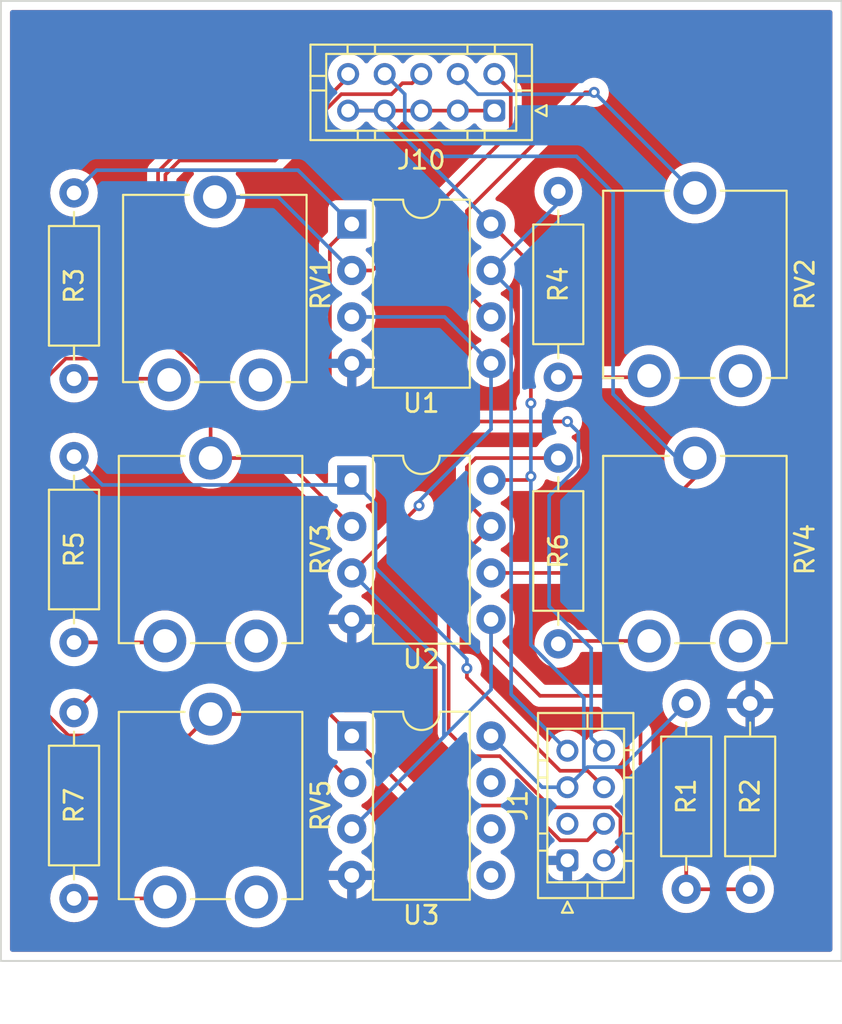
<source format=kicad_pcb>
(kicad_pcb
	(version 20240108)
	(generator "pcbnew")
	(generator_version "8.0")
	(general
		(thickness 1.6)
		(legacy_teardrops no)
	)
	(paper "A4")
	(layers
		(0 "F.Cu" signal)
		(31 "B.Cu" signal)
		(32 "B.Adhes" user "B.Adhesive")
		(33 "F.Adhes" user "F.Adhesive")
		(34 "B.Paste" user)
		(35 "F.Paste" user)
		(36 "B.SilkS" user "B.Silkscreen")
		(37 "F.SilkS" user "F.Silkscreen")
		(38 "B.Mask" user)
		(39 "F.Mask" user)
		(40 "Dwgs.User" user "User.Drawings")
		(41 "Cmts.User" user "User.Comments")
		(42 "Eco1.User" user "User.Eco1")
		(43 "Eco2.User" user "User.Eco2")
		(44 "Edge.Cuts" user)
		(45 "Margin" user)
		(46 "B.CrtYd" user "B.Courtyard")
		(47 "F.CrtYd" user "F.Courtyard")
		(48 "B.Fab" user)
		(49 "F.Fab" user)
		(50 "User.1" user)
		(51 "User.2" user)
		(52 "User.3" user)
		(53 "User.4" user)
		(54 "User.5" user)
		(55 "User.6" user)
		(56 "User.7" user)
		(57 "User.8" user)
		(58 "User.9" user)
	)
	(setup
		(pad_to_mask_clearance 0)
		(allow_soldermask_bridges_in_footprints no)
		(pcbplotparams
			(layerselection 0x00010fc_ffffffff)
			(plot_on_all_layers_selection 0x0000000_00000000)
			(disableapertmacros no)
			(usegerberextensions no)
			(usegerberattributes yes)
			(usegerberadvancedattributes yes)
			(creategerberjobfile yes)
			(dashed_line_dash_ratio 12.000000)
			(dashed_line_gap_ratio 3.000000)
			(svgprecision 4)
			(plotframeref no)
			(viasonmask no)
			(mode 1)
			(useauxorigin no)
			(hpglpennumber 1)
			(hpglpenspeed 20)
			(hpglpendiameter 15.000000)
			(pdf_front_fp_property_popups yes)
			(pdf_back_fp_property_popups yes)
			(dxfpolygonmode yes)
			(dxfimperialunits yes)
			(dxfusepcbnewfont yes)
			(psnegative no)
			(psa4output no)
			(plotreference yes)
			(plotvalue yes)
			(plotfptext yes)
			(plotinvisibletext no)
			(sketchpadsonfab no)
			(subtractmaskfromsilk no)
			(outputformat 1)
			(mirror no)
			(drillshape 0)
			(scaleselection 1)
			(outputdirectory "out/")
		)
	)
	(net 0 "")
	(net 1 "GND")
	(net 2 "unconnected-(J1-Pin_3-Pad3)")
	(net 3 "VCC")
	(net 4 "V12")
	(net 5 "Net-(R3-Pad2)")
	(net 6 "Net-(R4-Pad2)")
	(net 7 "Net-(R5-Pad2)")
	(net 8 "Net-(R6-Pad2)")
	(net 9 "Net-(R7-Pad2)")
	(net 10 "unconnected-(RV1-Pad1)")
	(net 11 "unconnected-(RV2-Pad1)")
	(net 12 "unconnected-(RV3-Pad1)")
	(net 13 "unconnected-(RV4-Pad1)")
	(net 14 "unconnected-(RV5-Pad1)")
	(net 15 "unconnected-(U3B---Pad6)")
	(net 16 "unconnected-(U3-Pad7)")
	(net 17 "unconnected-(U3B-+-Pad5)")
	(net 18 "Out2")
	(net 19 "Out1")
	(net 20 "Out5")
	(net 21 "Out4")
	(net 22 "Out3")
	(net 23 "Flex2")
	(net 24 "Flex1")
	(net 25 "Flex4")
	(net 26 "Flex3")
	(net 27 "Flex5")
	(footprint "Resistor_THT:R_Axial_DIN0207_L6.3mm_D2.5mm_P10.16mm_Horizontal" (layer "F.Cu") (at 131 104.92 -90))
	(footprint "Potentiometer_THT:Potentiometer_ACP_CA9-V10_Vertical" (layer "F.Cu") (at 167.475 101 90))
	(footprint "Resistor_THT:R_Axial_DIN0207_L6.3mm_D2.5mm_P10.16mm_Horizontal" (layer "F.Cu") (at 131 90.92 -90))
	(footprint "Resistor_THT:R_Axial_DIN0207_L6.3mm_D2.5mm_P10.16mm_Horizontal" (layer "F.Cu") (at 168 114.58 90))
	(footprint "Potentiometer_THT:Potentiometer_ACP_CA9-V10_Vertical" (layer "F.Cu") (at 140.975 101 90))
	(footprint "Connector_JST:JST_PHD_B10B-PHDSS_2x05_P2.00mm_Vertical" (layer "F.Cu") (at 154 72 180))
	(footprint "Connector_JST:JST_PHD_B8B-PHDSS_2x04_P2.00mm_Vertical" (layer "F.Cu") (at 158 113 90))
	(footprint "Resistor_THT:R_Axial_DIN0207_L6.3mm_D2.5mm_P10.16mm_Horizontal" (layer "F.Cu") (at 157.5 91 -90))
	(footprint "Potentiometer_THT:Potentiometer_ACP_CA9-V10_Vertical" (layer "F.Cu") (at 167.475 86.5 90))
	(footprint "Package_DIP:DIP-8_W7.62mm" (layer "F.Cu") (at 146.2 78.2))
	(footprint "Potentiometer_THT:Potentiometer_ACP_CA9-V10_Vertical" (layer "F.Cu") (at 141.20651 86.725836 90))
	(footprint "Potentiometer_THT:Potentiometer_ACP_CA9-V10_Vertical" (layer "F.Cu") (at 140.975 115 90))
	(footprint "Package_DIP:DIP-8_W7.62mm" (layer "F.Cu") (at 146.2 106.2))
	(footprint "Resistor_THT:R_Axial_DIN0207_L6.3mm_D2.5mm_P10.16mm_Horizontal" (layer "F.Cu") (at 157.5 76.42 -90))
	(footprint "Resistor_THT:R_Axial_DIN0207_L6.3mm_D2.5mm_P10.16mm_Horizontal" (layer "F.Cu") (at 131 76.5 -90))
	(footprint "Package_DIP:DIP-8_W7.62mm" (layer "F.Cu") (at 146.2 92.2))
	(footprint "Resistor_THT:R_Axial_DIN0207_L6.3mm_D2.5mm_P10.16mm_Horizontal" (layer "F.Cu") (at 164.5 104.42 -90))
	(gr_rect
		(start 127 66)
		(end 173 118.5)
		(stroke
			(width 0.1)
			(type default)
		)
		(fill none)
		(layer "Edge.Cuts")
		(uuid "a93cf695-6e49-42d6-b5c9-480646edf16d")
	)
	(segment
		(start 155.8 92.2)
		(end 156 92)
		(width 0.2)
		(layer "F.Cu")
		(net 3)
		(uuid "0a0e8f54-8259-4d3f-9f01-8d6bf79a167e")
	)
	(segment
		(start 146 72)
		(end 154 72)
		(width 0.2)
		(layer "F.Cu")
		(net 3)
		(uuid "7fe208bf-4560-440f-8cee-7e253903b42f")
	)
	(segment
		(start 153.82 92.2)
		(end 155.8 92.2)
		(width 0.2)
		(layer "F.Cu")
		(net 3)
		(uuid "80031631-d4ad-4f5f-bd73-eac31d0df6c5")
	)
	(segment
		(start 153.82 78.2)
		(end 156 80.38)
		(width 0.2)
		(layer "F.Cu")
		(net 3)
		(uuid "97181422-26ec-4706-a2dd-78eced5e4820")
	)
	(segment
		(start 156 80.38)
		(end 156 88)
		(width 0.2)
		(layer "F.Cu")
		(net 3)
		(uuid "bad772b0-a964-453f-be47-abe469b334e3")
	)
	(via
		(at 156 88)
		(size 0.6)
		(drill 0.3)
		(layers "F.Cu" "B.Cu")
		(net 3)
		(uuid "1e9ac4e0-353a-4be7-82c8-e3bbb134f5a7")
	)
	(via
		(at 156 92)
		(size 0.6)
		(drill 0.3)
		(layers "F.Cu" "B.Cu")
		(net 3)
		(uuid "2a8fa335-7fb4-4df6-93fe-62f70366beeb")
	)
	(segment
		(start 159.1 107.9)
		(end 161.02 107.9)
		(width 0.2)
		(layer "B.Cu")
		(net 3)
		(uuid "16039530-6a87-484c-9df2-95c5f5d5d8be")
	)
	(segment
		(start 158 109)
		(end 159.1 107.9)
		(width 0.2)
		(layer "B.Cu")
		(net 3)
		(uuid "1c433d42-28df-4754-bb04-ffb05bb326de")
	)
	(segment
		(start 158.9 104.115635)
		(end 158.9 108.1)
		(width 0.2)
		(layer "B.Cu")
		(net 3)
		(uuid "20185fd2-7a0b-4c6d-952f-71f9e82fdb00")
	)
	(segment
		(start 158.9 108.1)
		(end 158 109)
		(width 0.2)
		(layer "B.Cu")
		(net 3)
		(uuid "3015a2ee-fa12-4b90-addc-1042483e45b7")
	)
	(segment
		(start 146 72)
		(end 147.62 72)
		(width 0.2)
		(layer "B.Cu")
		(net 3)
		(uuid "7f8ad59b-1aa0-494f-9fc2-6c12bff9aca9")
	)
	(segment
		(start 147.62 72)
		(end 153.82 78.2)
		(width 0.2)
		(layer "B.Cu")
		(net 3)
		(uuid "8bd0be00-024e-4d87-8a54-b3764eee07bf")
	)
	(segment
		(start 156 101.215635)
		(end 158.9 104.115635)
		(width 0.2)
		(layer "B.Cu")
		(net 3)
		(uuid "8d715d6a-0cc4-422f-81d6-dcc6d5a284df")
	)
	(segment
		(start 156 88)
		(end 156 92)
		(width 0.2)
		(layer "B.Cu")
		(net 3)
		(uuid "90cc6369-9302-49b1-83a5-463abddff392")
	)
	(segment
		(start 156 92)
		(end 156 101.215635)
		(width 0.2)
		(layer "B.Cu")
		(net 3)
		(uuid "983b7e5d-d7d9-48cb-a99a-676003060593")
	)
	(segment
		(start 161.02 107.9)
		(end 164.5 104.42)
		(width 0.2)
		(layer "B.Cu")
		(net 3)
		(uuid "b95d9977-7774-4cc1-bbbc-32caa8b14a9d")
	)
	(segment
		(start 158 109)
		(end 156.62 109)
		(width 0.2)
		(layer "B.Cu")
		(net 3)
		(uuid "e262eb16-6a64-4fa0-aff7-7c138496848e")
	)
	(segment
		(start 156.62 109)
		(end 153.82 106.2)
		(width 0.2)
		(layer "B.Cu")
		(net 3)
		(uuid "f4d47d48-2980-49ae-aebb-d66b55ce3673")
	)
	(segment
		(start 164.5 114.58)
		(end 164.5 110.227207)
		(width 0.2)
		(layer "F.Cu")
		(net 4)
		(uuid "03b6e43c-0696-42dd-a780-ea5bb2f9f755")
	)
	(segment
		(start 164.5 110.227207)
		(end 162 107.727207)
		(width 0.2)
		(layer "F.Cu")
		(net 4)
		(uuid "1b81c744-f51c-4df6-bd2a-a3c3eaffcadd")
	)
	(segment
		(start 162 106)
		(end 160 104)
		(width 0.2)
		(layer "F.Cu")
		(net 4)
		(uuid "39ddc58c-4835-4467-8da1-96d3033398c1")
	)
	(segment
		(start 162 107.727207)
		(end 162 106)
		(width 0.2)
		(layer "F.Cu")
		(net 4)
		(uuid "5e7e9412-22cd-496a-bf6a-341d341ab48c")
	)
	(segment
		(start 146.2 97.28)
		(end 149.88 93.6)
		(width 0.2)
		(layer "F.Cu")
		(net 4)
		(uuid "a3c20065-b68e-4875-96da-be43961ea064")
	)
	(segment
		(start 160 104)
		(end 156.5 104)
		(width 0.2)
		(layer "F.Cu")
		(net 4)
		(uuid "af439128-8e43-4297-8e50-0b8d99d596b0")
	)
	(segment
		(start 153.82 101.32)
		(end 153.82 99.82)
		(width 0.2)
		(layer "F.Cu")
		(net 4)
		(uuid "b2d798ef-488e-481a-8c81-5f081932397c")
	)
	(segment
		(start 168 114.58)
		(end 164.5 114.58)
		(width 0.2)
		(layer "F.Cu")
		(net 4)
		(uuid "bb91a8a8-adaa-4ed0-b39e-83b04e937288")
	)
	(segment
		(start 156.5 104)
		(end 153.82 101.32)
		(width 0.2)
		(layer "F.Cu")
		(net 4)
		(uuid "db9c7acb-3801-4e88-832e-3a116e9b7d2d")
	)
	(via
		(at 149.88 93.6)
		(size 0.6)
		(drill 0.3)
		(layers "F.Cu" "B.Cu")
		(net 4)
		(uuid "b9f97e57-4cf3-4552-b44f-c5477cbad003")
	)
	(segment
		(start 151.24 102.32)
		(end 151.24 106.24)
		(width 0.2)
		(layer "B.Cu")
		(net 4)
		(uuid "0288db92-7d2e-4f45-8339-16467619da8f")
	)
	(segment
		(start 146.2 111.28)
		(end 153.82 103.66)
		(width 0.2)
		(layer "B.Cu")
		(net 4)
		(uuid "0e79de90-f80b-4ad3-8e73-7e3373cd1def")
	)
	(segment
		(start 151.24 106.24)
		(end 146.2 111.28)
		(width 0.2)
		(layer "B.Cu")
		(net 4)
		(uuid "38e547da-3632-4d5c-8b67-6f6b2e50e048")
	)
	(segment
		(start 153.82 89.42)
		(end 153.82 85.82)
		(width 0.2)
		(layer "B.Cu")
		(net 4)
		(uuid "4724af5f-8b26-42f8-b66b-b82987ec53aa")
	)
	(segment
		(start 146.2 83.28)
		(end 151.28 83.28)
		(width 0.2)
		(layer "B.Cu")
		(net 4)
		(uuid "66163e4b-cd23-46dd-9c8e-ced60dc47d3e")
	)
	(segment
		(start 153.82 103.66)
		(end 153.82 99.82)
		(width 0.2)
		(layer "B.Cu")
		(net 4)
		(uuid "90a26c1f-17f5-41c0-86fa-bac86285a1b3")
	)
	(segment
		(start 151.28 83.28)
		(end 153.82 85.82)
		(width 0.2)
		(layer "B.Cu")
		(net 4)
		(uuid "cbd8dd0d-2b05-42c7-a361-81bd87d97015")
	)
	(segment
		(start 146.2 97.28)
		(end 151.24 102.32)
		(width 0.2)
		(layer "B.Cu")
		(net 4)
		(uuid "d58a9091-7909-427b-8946-8c497f43000d")
	)
	(segment
		(start 149.88 93.6)
		(end 149.88 93.36)
		(width 0.2)
		(layer "B.Cu")
		(net 4)
		(uuid "db0c15ac-e6f8-424a-8027-45e41968bf3f")
	)
	(segment
		(start 149.88 93.36)
		(end 153.82 89.42)
		(width 0.2)
		(layer "B.Cu")
		(net 4)
		(uuid "f0cb0be1-375f-4fe0-b6e8-36df7608f892")
	)
	(segment
		(start 136.140674 86.66)
		(end 136.20651 86.725836)
		(width 0.2)
		(layer "F.Cu")
		(net 5)
		(uuid "ac006ab1-3884-4276-a888-82fdea854bcc")
	)
	(segment
		(start 131 86.66)
		(end 136.140674 86.66)
		(width 0.2)
		(layer "F.Cu")
		(net 5)
		(uuid "ebbcbfde-91d1-4b6f-a7ca-cdddc8e2abd9")
	)
	(segment
		(start 162.395 86.58)
		(end 162.475 86.5)
		(width 0.2)
		(layer "F.Cu")
		(net 6)
		(uuid "539d18fb-1275-4ee4-8b9a-26d677f1e4c1")
	)
	(segment
		(start 157.5 86.58)
		(end 162.395 86.58)
		(width 0.2)
		(layer "F.Cu")
		(net 6)
		(uuid "55826633-df2e-4a36-a4be-030a50469f1b")
	)
	(segment
		(start 135.895 101.08)
		(end 135.975 101)
		(width 0.2)
		(layer "F.Cu")
		(net 7)
		(uuid "86096133-12d9-4c6b-b21f-cec7fba8e87e")
	)
	(segment
		(start 131 101.08)
		(end 135.895 101.08)
		(width 0.2)
		(layer "F.Cu")
		(net 7)
		(uuid "fc2b81d1-8f35-43d7-bf0a-3b2e1a756ff3")
	)
	(segment
		(start 162.475 101)
		(end 157.66 101)
		(width 0.2)
		(layer "F.Cu")
		(net 8)
		(uuid "061304f1-d885-40fa-a3b0-158485723e67")
	)
	(segment
		(start 157.66 101)
		(end 157.5 101.16)
		(width 0.2)
		(layer "F.Cu")
		(net 8)
		(uuid "c8bec5b5-18f3-41b7-8f6d-1650ff0d066d")
	)
	(segment
		(start 131 115.08)
		(end 135.895 115.08)
		(width 0.2)
		(layer "F.Cu")
		(net 9)
		(uuid "516a4ae9-977e-46ee-ada7-07eeba11cef9")
	)
	(segment
		(start 135.895 115.08)
		(end 135.975 115)
		(width 0.2)
		(layer "F.Cu")
		(net 9)
		(uuid "622a0f01-2dcc-4003-bd1c-b62e567db4e9")
	)
	(segment
		(start 158 107)
		(end 154.92 103.92)
		(width 0.2)
		(layer "B.Cu")
		(net 18)
		(uuid "1ad5657f-98af-4e83-8c34-9a3832a1a07d")
	)
	(segment
		(start 153.82 80.74)
		(end 157.5 77.06)
		(width 0.2)
		(layer "B.Cu")
		(net 18)
		(uuid "5f44f190-2764-4bf5-ad57-92e24d274fc3")
	)
	(segment
		(start 154.92 103.92)
		(end 154.92 81.84)
		(width 0.2)
		(layer "B.Cu")
		(net 18)
		(uuid "97548a98-0b62-4539-906a-71dab4cf36b9")
	)
	(segment
		(start 154.92 81.84)
		(end 153.82 80.74)
		(width 0.2)
		(layer "B.Cu")
		(net 18)
		(uuid "97eb0742-7d2c-4e80-a066-2c85d4d4eadf")
	)
	(segment
		(start 157.5 77.06)
		(end 157.5 76.42)
		(width 0.2)
		(layer "B.Cu")
		(net 18)
		(uuid "be517b9a-cb89-4a7f-a466-3b08898b65fb")
	)
	(segment
		(start 145.744365 89)
		(end 145 88.255635)
		(width 0.2)
		(layer "F.Cu")
		(net 19)
		(uuid "640a3a79-0aed-40d8-b418-57be8a0a4bdb")
	)
	(segment
		(start 145 79.4)
		(end 146.2 78.2)
		(width 0.2)
		(layer "F.Cu")
		(net 19)
		(uuid "cf1fff8b-4c40-4bc6-8635-bd89c0ab2aa0")
	)
	(segment
		(start 145 88.255635)
		(end 145 79.4)
		(width 0.2)
		(layer "F.Cu")
		(net 19)
		(uuid "d623ceb3-fc1c-4ad6-a5ec-9b5e5e878fdd")
	)
	(segment
		(start 158 89)
		(end 145.744365 89)
		(width 0.2)
		(layer "F.Cu")
		(net 19)
		(uuid "d7b7f8ee-bd67-4b21-90ae-ee7bb3d5fa41")
	)
	(via
		(at 158 89)
		(size 0.6)
		(drill 0.3)
		(layers "F.Cu" "B.Cu")
		(net 19)
		(uuid "dc6874ec-a0d3-44e2-bd7e-2871b20f542e")
	)
	(segment
		(start 158.6 91.455635)
		(end 158.6 89.6)
		(width 0.2)
		(layer "B.Cu")
		(net 19)
		(uuid "07e07c1d-a9ad-4a4b-b3b5-0c8863c12a94")
	)
	(segment
		(start 159.3 106.3)
		(end 159.3 101.404365)
		(width 0.2)
		(layer "B.Cu")
		(net 19)
		(uuid "0e89a576-2a5b-42e4-9d43-043deedbeed5")
	)
	(segment
		(start 143.255836 75.255836)
		(end 146.2 78.2)
		(width 0.2)
		(layer "B.Cu")
		(net 19)
		(uuid "390147b6-1506-4173-b24c-e8edac2c5226")
	)
	(segment
		(start 131 76.5)
		(end 132.244164 75.255836)
		(width 0.2)
		(layer "B.Cu")
		(net 19)
		(uuid "5e38b88a-e126-4ca6-8c9f-34a184287580")
	)
	(segment
		(start 157 99.104365)
		(end 157 93.055635)
		(width 0.2)
		(layer "B.Cu")
		(net 19)
		(uuid "62284ef0-1250-4400-9aa5-c81d85e18c2a")
	)
	(segment
		(start 132.244164 75.255836)
		(end 143.255836 75.255836)
		(width 0.2)
		(layer "B.Cu")
		(net 19)
		(uuid "650f1bbd-a0d9-42b7-be7f-bb301b4b5ec3")
	)
	(segment
		(start 158.6 89.6)
		(end 158 89)
		(width 0.2)
		(layer "B.Cu")
		(net 19)
		(uuid "792b2074-9da4-4314-99ce-95d9de2d8015")
	)
	(segment
		(start 160 107)
		(end 159.3 106.3)
		(width 0.2)
		(layer "B.Cu")
		(net 19)
		(uuid "b0439f5b-4771-4fff-81c1-22770df35a79")
	)
	(segment
		(start 157 93.055635)
		(end 158.6 91.455635)
		(width 0.2)
		(layer "B.Cu")
		(net 19)
		(uuid "d022f151-241d-49e4-ab96-5f833c7d3c8e")
	)
	(segment
		(start 159.3 101.404365)
		(end 157 99.104365)
		(width 0.2)
		(layer "B.Cu")
		(net 19)
		(uuid "ef047090-e7ae-402d-847e-b4f48d71b2d7")
	)
	(segment
		(start 157.6 111.9)
		(end 159.1 111.9)
		(width 0.2)
		(layer "F.Cu")
		(net 20)
		(uuid "00914e9f-792b-4171-b14a-2e08ebec6334")
	)
	(segment
		(start 143 103)
		(end 132.92 103)
		(width 0.2)
		(layer "F.Cu")
		(net 20)
		(uuid "103c3fa2-438e-41be-b3e5-dd0d177a4504")
	)
	(segment
		(start 146.2 106.2)
		(end 143 103)
		(width 0.2)
		(layer "F.Cu")
		(net 20)
		(uuid "4a0e9810-f643-4cb0-9947-98d374545cfd")
	)
	(segment
		(start 146.2 106.2)
		(end 150 110)
		(width 0.2)
		(layer "F.Cu")
		(net 20)
		(uuid "a69ba46c-b466-4e80-bb38-9a7415523eb0")
	)
	(segment
		(start 150 110)
		(end 155.7 110)
		(width 0.2)
		(layer "F.Cu")
		(net 20)
		(uuid "b9ec540c-42c9-4985-941a-daa4b7bd82b3")
	)
	(segment
		(start 155.7 110)
		(end 157.6 111.9)
		(width 0.2)
		(layer "F.Cu")
		(net 20)
		(uuid "d1c2f322-f80d-4b96-8e76-225b6f370558")
	)
	(segment
		(start 159.1 111.9)
		(end 160 111)
		(width 0.2)
		(layer "F.Cu")
		(net 20)
		(uuid "d9596f05-4fa7-4219-81b1-c53389a8e417")
	)
	(segment
		(start 132.92 103)
		(end 131 104.92)
		(width 0.2)
		(layer "F.Cu")
		(net 20)
		(uuid "e8d18e69-00de-4d11-9645-f3352fa60135")
	)
	(segment
		(start 151.5 97.06)
		(end 153.82 94.74)
		(width 0.2)
		(layer "F.Cu")
		(net 21)
		(uuid "0e91a873-701c-4d71-b980-8b3690e8f1cb")
	)
	(segment
		(start 152.5 93.42)
		(end 153.82 94.74)
		(width 0.2)
		(layer "F.Cu")
		(net 21)
		(uuid "6c41af77-3ff9-46f2-9716-a02551b86f4d")
	)
	(segment
		(start 154.3 107.3)
		(end 152.8 107.3)
		(width 0.2)
		(layer "F.Cu")
		(net 21)
		(uuid "80e33fc7-1ea5-4fc6-a5c5-60633369a24f")
	)
	(segment
		(start 151.5 106)
		(end 151.5 97.06)
		(width 0.2)
		(layer "F.Cu")
		(net 21)
		(uuid "883e5297-af30-49b3-b4e7-e1ef87b7ea66")
	)
	(segment
		(start 152.8 107.3)
		(end 151.5 106)
		(width 0.2)
		(layer "F.Cu")
		(net 21)
		(uuid "b672f6e9-bef8-45f5-ac22-1490ab19b52e")
	)
	(segment
		(start 160.9 110.627207)
		(end 160.372793 110.1)
		(width 0.2)
		(layer "F.Cu")
		(net 21)
		(uuid "bdf833e3-2ab0-4921-8e62-c74717e5879d")
	)
	(segment
		(start 157.1 110.1)
		(end 154.3 107.3)
		(width 0.2)
		(layer "F.Cu")
		(net 21)
		(uuid "c4a5a877-f6b9-4e61-a4a1-6fe14bf823b4")
	)
	(segment
		(start 152.5 91.482182)
		(end 152.5 93.42)
		(width 0.2)
		(layer "F.Cu")
		(net 21)
		(uuid "cc9cf541-8f9a-4283-baa8-95b4edaa9f39")
	)
	(segment
		(start 157.5 91)
		(end 152.982182 91)
		(width 0.2)
		(layer "F.Cu")
		(net 21)
		(uuid "d85b9399-90e7-42aa-abab-25677ee3ee42")
	)
	(segment
		(start 160.372793 110.1)
		(end 157.1 110.1)
		(width 0.2)
		(layer "F.Cu")
		(net 21)
		(uuid "d8c224e2-c9df-4e25-bb03-a8dec531588b")
	)
	(segment
		(start 152.982182 91)
		(end 152.5 91.482182)
		(width 0.2)
		(layer "F.Cu")
		(net 21)
		(uuid "e6149b8e-4589-404f-9ec2-a9ede4037a29")
	)
	(segment
		(start 160.9 112.1)
		(end 160.9 110.627207)
		(width 0.2)
		(layer "F.Cu")
		(net 21)
		(uuid "f3f94b41-f6bb-4fd2-a87c-fbf436724ecb")
	)
	(segment
		(start 160 113)
		(end 160.9 112.1)
		(width 0.2)
		(layer "F.Cu")
		(net 21)
		(uuid "f63de75a-17ab-4882-8502-412147133b8b")
	)
	(segment
		(start 159.1 108.1)
		(end 157.6 108.1)
		(width 0.2)
		(layer "F.Cu")
		(net 22)
		(uuid "058cb6c7-3e49-4bbe-8df1-8693e8a97899")
	)
	(segment
		(start 152.5 103)
		(end 152.5 102.5)
		(width 0.2)
		(layer "F.Cu")
		(net 22)
		(uuid "6ea44c5e-83da-4622-a6cf-da80de8925f8")
	)
	(segment
		(start 160 109)
		(end 159.1 108.1)
		(width 0.2)
		(layer "F.Cu")
		(net 22)
		(uuid "8b6864ae-ef76-425f-ade3-c340167a73e8")
	)
	(segment
		(start 157.6 108.1)
		(end 152.5 103)
		(width 0.2)
		(layer "F.Cu")
		(net 22)
		(uuid "d0d8c3a0-a72f-4dae-bfea-ad588cc8b0d4")
	)
	(via
		(at 152.5 102.5)
		(size 0.6)
		(drill 0.3)
		(layers "F.Cu" "B.Cu")
		(net 22)
		(uuid "6a2074bc-eeec-44e9-9d50-759f28ce0dc6")
	)
	(segment
		(start 147.5 97)
		(end 147.5 93.5)
		(width 0.2)
		(layer "B.Cu")
		(net 22)
		(uuid "1f371214-2aeb-4185-a5b2-ef0acb8119e0")
	)
	(segment
		(start 147.5 93.5)
		(end 146.2 92.2)
		(width 0.2)
		(layer "B.Cu")
		(net 22)
		(uuid "67a28f4b-1314-495a-803e-56b6f1dd42d5")
	)
	(segment
		(start 152.5 102.5)
		(end 152.5 102)
		(width 0.2)
		(layer "B.Cu")
		(net 22)
		(uuid "8cb23b33-c43b-4727-8e6f-cee3c8c11393")
	)
	(segment
		(start 145.93 92.47)
		(end 132.55 92.47)
		(width 0.2)
		(layer "B.Cu")
		(net 22)
		(uuid "9d9b87a1-3f22-4396-a020-b6c42eb60d72")
	)
	(segment
		(start 146.2 92.2)
		(end 145.93 92.47)
		(width 0.2)
		(layer "B.Cu")
		(net 22)
		(uuid "b66f705e-1c3e-4beb-9c0a-5f817be6b9b5")
	)
	(segment
		(start 132.55 92.47)
		(end 131 90.92)
		(width 0.2)
		(layer "B.Cu")
		(net 22)
		(uuid "c4859617-9d2b-4bd1-b3e1-18cc49518e78")
	)
	(segment
		(start 152.5 102)
		(end 147.5 97)
		(width 0.2)
		(layer "B.Cu")
		(net 22)
		(uuid "de73a96d-1c73-4163-b613-629e81013ba5")
	)
	(segment
		(start 158.982182 71)
		(end 159.464365 71)
		(width 0.2)
		(layer "F.Cu")
		(net 23)
		(uuid "209ae328-fa79-4510-82c9-8ad20676a6dc")
	)
	(segment
		(start 152.5 81.96)
		(end 152.5 77.482182)
		(width 0.2)
		(layer "F.Cu")
		(net 23)
		(uuid "22642a94-d538-4322-ad0a-b1f9585e2683")
	)
	(segment
		(start 153.82 83.28)
		(end 152.5 81.96)
		(width 0.2)
		(layer "F.Cu")
		(net 23)
		(uuid "632009ed-510a-4006-ac23-35958ae44f77")
	)
	(segment
		(start 152.5 77.482182)
		(end 158.982182 71)
		(width 0.2)
		(layer "F.Cu")
		(net 23)
		(uuid "f2bd18dd-76a7-4cf2-813d-1ef173f04468")
	)
	(via
		(at 159.464365 71)
		(size 0.6)
		(drill 0.3)
		(layers "F.Cu" "B.Cu")
		(net 23)
		(uuid "df8319ce-5532-4683-8046-65097b988488")
	)
	(segment
		(start 153.1 71.1)
		(end 159.575 71.1)
		(width 0.2)
		(layer "B.Cu")
		(net 23)
		(uuid "06295cd0-2fd6-4663-b1c2-cba3de474c2c")
	)
	(segment
		(start 152 70)
		(end 153.1 71.1)
		(width 0.2)
		(layer "B.Cu")
		(net 23)
		(uuid "3347f5db-aeb9-4f9a-b7c3-89e569c00fca")
	)
	(segment
		(start 159.575 71.1)
		(end 164.975 76.5)
		(width 0.2)
		(layer "B.Cu")
		(net 23)
		(uuid "ecf4edcc-4526-44dc-b39e-b7a4e2b24d86")
	)
	(segment
		(start 154.9 73.17137)
		(end 147.33137 80.74)
		(width 0.2)
		(layer "F.Cu")
		(net 24)
		(uuid "031ef5ea-25f5-4779-b496-73333d670f3f")
	)
	(segment
		(start 147.33137 80.74)
		(end 146.2 80.74)
		(width 0.2)
		(layer "F.Cu")
		(net 24)
		(uuid "6f85bc21-795f-4ad2-8cb7-844327ff6c3b")
	)
	(segment
		(start 154.9 70.9)
		(end 154.9 73.17137)
		(width 0.2)
		(layer "F.Cu")
		(net 24)
		(uuid "d112267f-aef6-4e12-bc66-5d02f5132605")
	)
	(segment
		(start 154 70)
		(end 154.9 70.9)
		(width 0.2)
		(layer "F.Cu")
		(net 24)
		(uuid "ec6a1346-082b-4ccf-80a2-dab49cb21c41")
	)
	(segment
		(start 142.185836 76.725836)
		(end 146.2 80.74)
		(width 0.2)
		(layer "B.Cu")
		(net 24)
		(uuid "2bad26b8-a567-45ab-9cd0-d139fb103749")
	)
	(segment
		(start 138.70651 76.725836)
		(end 142.185836 76.725836)
		(width 0.2)
		(layer "B.Cu")
		(net 24)
		(uuid "8f802819-99cb-49b8-b2b0-ab436e897f4f")
	)
	(segment
		(start 164.975 91)
		(end 164.975 92.075)
		(width 0.2)
		(layer "F.Cu")
		(net 25)
		(uuid "36b6be3a-6429-424a-892f-0087fbe4b76d")
	)
	(segment
		(start 164.975 92.075)
		(end 159.77 97.28)
		(width 0.2)
		(layer "F.Cu")
		(net 25)
		(uuid "80a15fa9-2ac9-4fbf-84f9-633414de2b47")
	)
	(segment
		(start 159.77 97.28)
		(end 153.82 97.28)
		(width 0.2)
		(layer "F.Cu")
		(net 25)
		(uuid "cd61f2c1-49bf-4025-9d6c-7a072d9e31fc")
	)
	(segment
		(start 164 91)
		(end 164.975 91)
		(width 0.2)
		(layer "B.Cu")
		(net 25)
		(uuid "10ee1bab-4f3c-4150-b104-76c44c1e0283")
	)
	(segment
		(start 149.1 72.6)
		(end 151 74.5)
		(width 0.2)
		(layer "B.Cu")
		(net 25)
		(uuid "2bdb3684-67a0-41fa-91ac-171904836391")
	)
	(segment
		(start 160.5 76.5)
		(end 160.5 87.5)
		(width 0.2)
		(layer "B.Cu")
		(net 25)
		(uuid "5f35ac54-78b7-4bb5-9e4e-853f420f8319")
	)
	(segment
		(start 160.5 87.5)
		(end 164 91)
		(width 0.2)
		(layer "B.Cu")
		(net 25)
		(uuid "96531e50-8367-495c-a73b-4a6a0bcece6a")
	)
	(segment
		(start 148 70)
		(end 149.1 71.1)
		(width 0.2)
		(layer "B.Cu")
		(net 25)
		(uuid "ab4a4efe-400b-4d6e-a8ae-d3c8da5d924c")
	)
	(segment
		(start 151 74.5)
		(end 158.5 74.5)
		(width 0.2)
		(layer "B.Cu")
		(net 25)
		(uuid "f10032cf-e555-4457-aec6-600830887741")
	)
	(segment
		(start 158.5 74.5)
		(end 160.5 76.5)
		(width 0.2)
		(layer "B.Cu")
		(net 25)
		(uuid "f70de9a3-f02f-45c6-bae4-5b677f743a52")
	)
	(segment
		(start 149.1 71.1)
		(end 149.1 72.6)
		(width 0.2)
		(layer "B.Cu")
		(net 25)
		(uuid "faa90f81-befd-4790-ac3b-3123611636a9")
	)
	(segment
		(start 138.475 86.915432)
		(end 138.475 91)
		(width 0.2)
		(layer "F.Cu")
		(net 26)
		(uuid "0198fcb8-c193-42fb-aff8-244f6903c828")
	)
	(segment
		(start 150 70)
		(end 149.5 70.5)
		(width 0.2)
		(layer "F.Cu")
		(net 26)
		(uuid "208c44f3-87d6-4daf-ae62-b20ec5ef18b8")
	)
	(segment
		(start 148.972792 70.5)
		(end 148.372792 71.1)
		(width 0.2)
		(layer "F.Cu")
		(net 26)
		(uuid "5046e662-1a81-453e-a0e0-df8f06fde971")
	)
	(segment
		(start 148.372792 71.1)
		(end 145.627207 71.1)
		(width 0.2)
		(layer "F.Cu")
		(net 26)
		(uuid "87d2be0a-161b-4f25-9fcb-87d0c9573f85")
	)
	(segment
		(start 136 75.5)
		(end 136.772793 74.727207)
		(width 0.2)
		(layer "F.Cu")
		(net 26)
		(uuid "ac7e8d8a-b664-4a1f-a3ac-d37bb73bad9e")
	)
	(segment
		(start 136 75.5)
		(end 136 84.440432)
		(width 0.2)
		(layer "F.Cu")
		(net 26)
		(uuid "b351649b-809e-4e16-a935-fc488b1590ff")
	)
	(segment
		(start 136 84.440432)
		(end 138.475 86.915432)
		(width 0.2)
		(layer "F.Cu")
		(net 26)
		(uuid "b35477f7-4e37-4665-8f52-6b19526f79ee")
	)
	(segment
		(start 136.772793 74.727207)
		(end 142 74.727207)
		(width 0.2)
		(layer "F.Cu")
		(net 26)
		(uuid "d0f57f08-009c-40be-9365-715ffba6fa67")
	)
	(segment
		(start 145.627207 71.1)
		(end 142 74.727207)
		(width 0.2)
		(layer "F.Cu")
		(net 26)
		(uuid "ecc97501-be31-403d-b13c-e28bc8826c9e")
	)
	(segment
		(start 138.475 91)
		(end 142.46 91)
		(width 0.2)
		(layer "F.Cu")
		(net 26)
		(uuid "f7ea73c1-37b1-4fbb-b7a5-f25655accf19")
	)
	(segment
		(start 142.46 91)
		(end 146.2 94.74)
		(width 0.2)
		(layer "F.Cu")
		(net 26)
		(uuid "f9c28226-d2b8-4418-aa23-08346f0d1ce8")
	)
	(segment
		(start 149.5 70.5)
		(end 148.972792 70.5)
		(width 0.2)
		(layer "F.Cu")
		(net 26)
		(uuid "fb8e2e18-57a6-43e1-aaf7-9ee3279888b3")
	)
	(segment
		(start 138.475 105)
		(end 137.305001 106.169999)
		(width 0.2)
		(layer "F.Cu")
		(net 27)
		(uuid "0ae5e83d-cae9-4ef0-a409-91e8a23e113f")
	)
	(segment
		(start 137.305001 106.169999)
		(end 130.694364 106.169999)
		(width 0.2)
		(layer "F.Cu")
		(net 27)
		(uuid "2e8cfb5a-9a96-4b51-a783-42615d515b70")
	)
	(segment
		(start 141.834314 74.327207)
		(end 146 70.161521)
		(width 0.2)
		(layer "F.Cu")
		(net 27)
		(uuid "49fe09d8-cc4c-40dd-aaa5-5f5f42170a7e")
	)
	(segment
		(start 130.694364 106.169999)
		(end 129 104.475635)
		(width 0.2)
		(layer "F.Cu")
		(net 27)
		(uuid "5880e605-12a8-4f2e-9174-72abfaabb3ec")
	)
	(segment
		(start 146 70.161521)
		(end 146 70)
		(width 0.2)
		(layer "F.Cu")
		(net 27)
		(uuid "5d435436-6bab-40c1-9828-95cf2d2772a9")
	)
	(segment
		(start 130.544365 85.56)
		(end 133.94 85.56)
		(width 0.2)
		(layer "F.Cu")
		(net 27)
		(uuid "6b70bf85-d363-4d1c-9d80-36020f841af8")
	)
	(segment
		(start 136.607107 74.327207)
		(end 141.834314 74.327207)
		(width 0.2)
		(layer "F.Cu")
		(net 27)
		(uuid "7719b00e-a4c9-44be-b764-2df0c8fb6d52")
	)
	(segment
		(start 133.94 85.56)
		(end 135.6 83.9)
		(width 0.2)
		(layer "F.Cu")
		(net 27)
		(uuid "78905f0c-c315-40dc-8a0a-bcfb670d6a76")
	)
	(segment
		(start 129 104.475635)
		(end 129 87.104365)
		(width 0.2)
		(layer "F.Cu")
		(net 27)
		(uuid "845d1c95-f295-43cf-a44d-68746e23f857")
	)
	(segment
		(start 142.46 105)
		(end 146.2 108.74)
		(width 0.2)
		(layer "F.Cu")
		(net 27)
		(uuid "a27d476e-b0eb-474f-9912-d546d7cfacfd")
	)
	(segment
		(start 129 87.104365)
		(end 130.544365 85.56)
		(width 0.2)
		(layer "F.Cu")
		(net 27)
		(uuid "bc6274e8-a736-45e1-997a-e0851b4230ec")
	)
	(segment
		(start 138.475 105)
		(end 142.46 105)
		(width 0.2)
		(layer "F.Cu")
		(net 27)
		(uuid "d739c9aa-483a-454a-af70-2be81b15200c")
	)
	(segment
		(start 135.6 83.9)
		(end 135.6 75.334314)
		(width 0.2)
		(layer "F.Cu")
		(net 27)
		(uuid "e0459723-483d-48f5-a55b-9e30d94639b3")
	)
	(segment
		(start 135.6 75.334314)
		(end 135.834315 75.1)
		(width 0.2)
		(layer "F.Cu")
		(net 27)
		(uuid "f3d7cc49-91bf-47f7-aa17-e9fc4fcf16d3")
	)
	(segment
		(start 135.834315 75.1)
		(end 136.607107 74.327207)
		(width 0.2)
		(layer "F.Cu")
		(net 27)
		(uuid "fb029eba-c6c3-42e9-b387-12cb6b2c5b4b")
	)
	(zone
		(net 1)
		(net_name "GND")
		(layers "F&B.Cu")
		(uuid "549ed770-7a99-4dbe-92f6-522daf180abc")
		(hatch edge 0.5)
		(connect_pads
			(clearance 0.5)
		)
		(min_thickness 0.25)
		(filled_areas_thickness no)
		(fill yes
			(thermal_gap 0.5)
			(thermal_bridge_width 0.5)
		)
		(polygon
			(pts
				(xy 172.5 66.5) (xy 127.5 66.5) (xy 127.5 118) (xy 172.5 118)
			)
		)
		(filled_polygon
			(layer "F.Cu")
			(pts
				(xy 147.079727 72.620185) (xy 147.111642 72.649773) (xy 147.183237 72.744581) (xy 147.333958 72.88198)
				(xy 147.33396 72.881982) (xy 147.43204 72.94271) (xy 147.507363 72.989348) (xy 147.697544 73.063024)
				(xy 147.898024 73.1005) (xy 147.898026 73.1005) (xy 148.101974 73.1005) (xy 148.101976 73.1005)
				(xy 148.302456 73.063024) (xy 148.492637 72.989348) (xy 148.666041 72.881981) (xy 148.816764 72.744579)
				(xy 148.888358 72.649773) (xy 148.944467 72.608137) (xy 148.987312 72.6005) (xy 149.012688 72.6005)
				(xy 149.079727 72.620185) (xy 149.111642 72.649773) (xy 149.183237 72.744581) (xy 149.333958 72.88198)
				(xy 149.33396 72.881982) (xy 149.43204 72.94271) (xy 149.507363 72.989348) (xy 149.697544 73.063024)
				(xy 149.898024 73.1005) (xy 149.898026 73.1005) (xy 150.101974 73.1005) (xy 150.101976 73.1005)
				(xy 150.302456 73.063024) (xy 150.492637 72.989348) (xy 150.666041 72.881981) (xy 150.816764 72.744579)
				(xy 150.888358 72.649773) (xy 150.944467 72.608137) (xy 150.987312 72.6005) (xy 151.012688 72.6005)
				(xy 151.079727 72.620185) (xy 151.111642 72.649773) (xy 151.183237 72.744581) (xy 151.333958 72.88198)
				(xy 151.33396 72.881982) (xy 151.43204 72.94271) (xy 151.507363 72.989348) (xy 151.697544 73.063024)
				(xy 151.898024 73.1005) (xy 151.898026 73.1005) (xy 152.101974 73.1005) (xy 152.101976 73.1005)
				(xy 152.302456 73.063024) (xy 152.492637 72.989348) (xy 152.666041 72.881981) (xy 152.816764 72.744579)
				(xy 152.816766 72.744577) (xy 152.820625 72.740344) (xy 152.822182 72.741763) (xy 152.87077 72.705674)
				(xy 152.94048 72.700949) (xy 153.001677 72.734662) (xy 153.019206 72.756916) (xy 153.057288 72.818656)
				(xy 153.181344 72.942712) (xy 153.330666 73.034814) (xy 153.497203 73.089999) (xy 153.599991 73.1005)
				(xy 153.822272 73.100499) (xy 153.889311 73.120183) (xy 153.935066 73.172987) (xy 153.94501 73.242145)
				(xy 153.915985 73.305701) (xy 153.909953 73.31218) (xy 147.348341 79.873792) (xy 147.287018 79.907277)
				(xy 147.217326 79.902293) (xy 147.172979 79.873792) (xy 147.039143 79.739956) (xy 147.014536 79.722726)
				(xy 146.970912 79.668149) (xy 146.963719 79.59865) (xy 146.995241 79.536296) (xy 147.055471 79.500882)
				(xy 147.072404 79.497861) (xy 147.107483 79.494091) (xy 147.242331 79.443796) (xy 147.357546 79.357546)
				(xy 147.443796 79.242331) (xy 147.494091 79.107483) (xy 147.5005 79.047873) (xy 147.500499 77.352128)
				(xy 147.494091 77.292517) (xy 147.478381 77.250397) (xy 147.443797 77.157671) (xy 147.443793 77.157664)
				(xy 147.357547 77.042455) (xy 147.357544 77.042452) (xy 147.242335 76.956206) (xy 147.242328 76.956202)
				(xy 147.107482 76.905908) (xy 147.107483 76.905908) (xy 147.047883 76.899501) (xy 147.047881 76.8995)
				(xy 147.047873 76.8995) (xy 147.047864 76.8995) (xy 145.352129 76.8995) (xy 145.352123 76.899501)
				(xy 145.292516 76.905908) (xy 145.157671 76.956202) (xy 145.157664 76.956206) (xy 145.042455 77.042452)
				(xy 145.042452 77.042455) (xy 144.956206 77.157664) (xy 144.956202 77.157671) (xy 144.905908 77.292517)
				(xy 144.902064 77.328279) (xy 144.899501 77.352123) (xy 144.8995 77.352135) (xy 144.8995 78.599902)
				(xy 144.879815 78.666941) (xy 144.863181 78.687583) (xy 144.519481 79.031282) (xy 144.519479 79.031285)
				(xy 144.475488 79.107482) (xy 144.475486 79.107484) (xy 144.440425 79.168209) (xy 144.440423 79.168212)
				(xy 144.420564 79.242328) (xy 144.399499 79.320943) (xy 144.399499 79.320945) (xy 144.399499 79.489046)
				(xy 144.3995 79.489059) (xy 144.3995 88.168965) (xy 144.399499 88.168983) (xy 144.399499 88.334689)
				(xy 144.399498 88.334689) (xy 144.406018 88.35902) (xy 144.416016 88.396335) (xy 144.440424 88.487422)
				(xy 144.458932 88.519478) (xy 144.458933 88.51948) (xy 144.519477 88.624347) (xy 144.519481 88.624352)
				(xy 144.638349 88.74322) (xy 144.638355 88.743225) (xy 145.259504 89.364374) (xy 145.259514 89.364385)
				(xy 145.263844 89.368715) (xy 145.263845 89.368716) (xy 145.375649 89.48052) (xy 145.46246 89.530639)
				(xy 145.462462 89.530641) (xy 145.494682 89.549243) (xy 145.51258 89.559577) (xy 145.665308 89.6005)
				(xy 145.823422 89.6005) (xy 156.864665 89.6005) (xy 156.931704 89.620185) (xy 156.977459 89.672989)
				(xy 156.987403 89.742147) (xy 156.958378 89.805703) (xy 156.917071 89.836881) (xy 156.889101 89.849923)
				(xy 156.847267 89.869431) (xy 156.847265 89.869432) (xy 156.660858 89.999954) (xy 156.499954 90.160858)
				(xy 156.425449 90.267265) (xy 156.369881 90.346624) (xy 156.315307 90.390248) (xy 156.268308 90.3995)
				(xy 153.061239 90.3995) (xy 152.903124 90.3995) (xy 152.750397 90.440423) (xy 152.750396 90.440423)
				(xy 152.750394 90.440424) (xy 152.750391 90.440425) (xy 152.700278 90.469359) (xy 152.700277 90.46936)
				(xy 152.656871 90.49442) (xy 152.613467 90.519479) (xy 152.613464 90.519481) (xy 152.019481 91.113464)
				(xy 152.019477 91.113469) (xy 151.993963 91.157664) (xy 151.99396 91.157669) (xy 151.940423 91.250397)
				(xy 151.899499 91.403125) (xy 151.899499 91.403127) (xy 151.899499 91.571228) (xy 151.8995 91.571241)
				(xy 151.8995 93.33333) (xy 151.899499 93.333348) (xy 151.899499 93.499054) (xy 151.899498 93.499054)
				(xy 151.940423 93.651786) (xy 151.956167 93.679053) (xy 151.956168 93.679058) (xy 151.95617 93.679058)
				(xy 152.019479 93.788714) (xy 152.019481 93.788717) (xy 152.138349 93.907585) (xy 152.138355 93.90759)
				(xy 152.528058 94.297293) (xy 152.561543 94.358616) (xy 152.560152 94.417067) (xy 152.534366 94.513302)
				(xy 152.534364 94.513313) (xy 152.514532 94.739998) (xy 152.514532 94.740001) (xy 152.534364 94.966686)
				(xy 152.534366 94.966697) (xy 152.560152 95.062931) (xy 152.558489 95.132781) (xy 152.528058 95.182705)
				(xy 151.131286 96.579478) (xy 151.019481 96.691282) (xy 151.019477 96.691287) (xy 151.002658 96.720421)
				(xy 151.002657 96.720423) (xy 150.940423 96.828215) (xy 150.899499 96.980943) (xy 150.899499 96.980945)
				(xy 150.899499 97.149046) (xy 150.8995 97.149059) (xy 150.8995 105.91333) (xy 150.899499 105.913348)
				(xy 150.899499 106.079054) (xy 150.899498 106.079054) (xy 150.899499 106.079057) (xy 150.940423 106.231785)
				(xy 150.967716 106.279057) (xy 151.019479 106.368714) (xy 151.019481 106.368717) (xy 151.138349 106.487585)
				(xy 151.138354 106.487589) (xy 152.431284 107.78052) (xy 152.431286 107.780521) (xy 152.43129 107.780524)
				(xy 152.475874 107.806264) (xy 152.568216 107.859577) (xy 152.633471 107.877062) (xy 152.693129 107.913426)
				(xy 152.723658 107.976273) (xy 152.715363 108.045649) (xy 152.702953 108.067956) (xy 152.68943 108.087269)
				(xy 152.593261 108.293502) (xy 152.593258 108.293511) (xy 152.534366 108.513302) (xy 152.534364 108.513313)
				(xy 152.514532 108.739998) (xy 152.514532 108.740001) (xy 152.534364 108.966686) (xy 152.534366 108.966697)
				(xy 152.593258 109.186488) (xy 152.593259 109.186491) (xy 152.593261 109.186496) (xy 152.610328 109.223097)
				(xy 152.62082 109.292172) (xy 152.592301 109.355956) (xy 152.533825 109.394196) (xy 152.497946 109.3995)
				(xy 150.300098 109.3995) (xy 150.233059 109.379815) (xy 150.212417 109.363181) (xy 147.536818 106.687582)
				(xy 147.503333 106.626259) (xy 147.500499 106.599901) (xy 147.500499 105.352129) (xy 147.500498 105.352123)
				(xy 147.494091 105.292516) (xy 147.443797 105.157671) (xy 147.443793 105.157664) (xy 147.357547 105.042455)
				(xy 147.357544 105.042452) (xy 147.242335 104.956206) (xy 147.242328 104.956202) (xy 147.107482 104.905908)
				(xy 147.107483 104.905908) (xy 147.047883 104.899501) (xy 147.047881 104.8995) (xy 147.047873 104.8995)
				(xy 147.047865 104.8995) (xy 145.800097 104.8995) (xy 145.733058 104.879815) (xy 145.712416 104.863181)
				(xy 143.48759 102.638355) (xy 143.487588 102.638352) (xy 143.368717 102.519481) (xy 143.368712 102.519477)
				(xy 143.240812 102.445635) (xy 143.24081 102.445634) (xy 143.240808 102.445633) (xy 143.231785 102.440423)
				(xy 143.079057 102.399499) (xy 142.920943 102.399499) (xy 142.913347 102.399499) (xy 142.913331 102.3995)
				(xy 142.238638 102.3995) (xy 142.171599 102.379815) (xy 142.125844 102.327011) (xy 142.1159 102.257853)
				(xy 142.144925 102.194297) (xy 142.154297 102.184601) (xy 142.202993 102.139418) (xy 142.202993 102.139416)
				(xy 142.202997 102.139414) (xy 142.359102 101.943665) (xy 142.484289 101.726835) (xy 142.57576 101.493769)
				(xy 142.631474 101.249673) (xy 142.632129 101.240939) (xy 142.650184 101.000004) (xy 142.650184 100.999995)
				(xy 142.631475 100.750336) (xy 142.631474 100.750331) (xy 142.631474 100.750327) (xy 142.57576 100.506231)
				(xy 142.484289 100.273165) (xy 142.359102 100.056335) (xy 142.202997 99.860586) (xy 142.202996 99.860585)
				(xy 142.202993 99.860581) (xy 142.01946 99.690288) (xy 141.983258 99.665606) (xy 141.812592 99.549248)
				(xy 141.812588 99.549246) (xy 141.812585 99.549244) (xy 141.812584 99.549243) (xy 141.587015 99.440616)
				(xy 141.587017 99.440616) (xy 141.347765 99.366816) (xy 141.347759 99.366814) (xy 141.100194 99.3295)
				(xy 141.100187 99.3295) (xy 140.849813 99.3295) (xy 140.849805 99.3295) (xy 140.60224 99.366814)
				(xy 140.602234 99.366816) (xy 140.362983 99.440616) (xy 140.137415 99.549243) (xy 140.137414 99.549244)
				(xy 139.930539 99.690288) (xy 139.747006 99.860581) (xy 139.590898 100.056335) (xy 139.465711 100.273164)
				(xy 139.374242 100.506225) (xy 139.374236 100.506244) (xy 139.318525 100.750331) (xy 139.318524 100.750336)
				(xy 139.299816 100.999995) (xy 139.299816 101.000004) (xy 139.318524 101.249663) (xy 139.318525 101.249668)
				(xy 139.374236 101.493755) (xy 139.374238 101.493764) (xy 139.37424 101.493769) (xy 139.465711 101.726835)
				(xy 139.590898 101.943665) (xy 139.635139 101.999141) (xy 139.747006 102.139418) (xy 139.795703 102.184601)
				(xy 139.831458 102.244629) (xy 139.829083 102.314458) (xy 139.789333 102.371919) (xy 139.724827 102.398767)
				(xy 139.711362 102.3995) (xy 137.238638 102.3995) (xy 137.171599 102.379815) (xy 137.125844 102.327011)
				(xy 137.1159 102.257853) (xy 137.144925 102.194297) (xy 137.154297 102.184601) (xy 137.202993 102.139418)
				(xy 137.202993 102.139416) (xy 137.202997 102.139414) (xy 137.359102 101.943665) (xy 137.484289 101.726835)
				(xy 137.57576 101.493769) (xy 137.631474 101.249673) (xy 137.632129 101.240939) (xy 137.650184 101.000004)
				(xy 137.650184 100.999995) (xy 137.631475 100.750336) (xy 137.631474 100.750331) (xy 137.631474 100.750327)
				(xy 137.57576 100.506231) (xy 137.484289 100.273165) (xy 137.359102 100.056335) (xy 137.202997 99.860586)
				(xy 137.202996 99.860585) (xy 137.202993 99.860581) (xy 137.01946 99.690288) (xy 136.983258 99.665606)
				(xy 136.812592 99.549248) (xy 136.812588 99.549246) (xy 136.812585 99.549244) (xy 136.812584 99.549243)
				(xy 136.587015 99.440616) (xy 136.587017 99.440616) (xy 136.347765 99.366816) (xy 136.347759 99.366814)
				(xy 136.100194 99.3295) (xy 136.100187 99.3295) (xy 135.849813 99.3295) (xy 135.849805 99.3295)
				(xy 135.60224 99.366814) (xy 135.602234 99.366816) (xy 135.362983 99.440616) (xy 135.137415 99.549243)
				(xy 135.137414 99.549244) (xy 134.930539 99.690288) (xy 134.747006 99.860581) (xy 134.590898 100.056335)
				(xy 134.465711 100.273164) (xy 134.415617 100.400802) (xy 134.372801 100.456016) (xy 134.306931 100.479317)
				(xy 134.300189 100.4795) (xy 132.231692 100.4795) (xy 132.164653 100.459815) (xy 132.130119 100.426625)
				(xy 132.000047 100.240861) (xy 132.000045 100.240858) (xy 131.839141 100.079954) (xy 131.652734 99.949432)
				(xy 131.652732 99.949431) (xy 131.446497 99.853261) (xy 131.446488 99.853258) (xy 131.226697 99.794366)
				(xy 131.226693 99.794365) (xy 131.226692 99.794365) (xy 131.226691 99.794364) (xy 131.226686 99.794364)
				(xy 131.000002 99.774532) (xy 130.999998 99.774532) (xy 130.773313 99.794364) (xy 130.773302 99.794366)
				(xy 130.553511 99.853258) (xy 130.553502 99.853261) (xy 130.347267 99.949431) (xy 130.347265 99.949432)
				(xy 130.160858 100.079954) (xy 129.999954 100.240858) (xy 129.869432 100.427265) (xy 129.869431 100.427267)
				(xy 129.836882 100.497069) (xy 129.790709 100.549508) (xy 129.723515 100.56866) (xy 129.656634 100.548444)
				(xy 129.6113 100.495278) (xy 129.6005 100.444664) (xy 129.6005 91.555335) (xy 129.620185 91.488296)
				(xy 129.672989 91.442541) (xy 129.742147 91.432597) (xy 129.805703 91.461622) (xy 129.836882 91.50293)
				(xy 129.869431 91.572732) (xy 129.869432 91.572734) (xy 129.999954 91.759141) (xy 130.160858 91.920045)
				(xy 130.160861 91.920047) (xy 130.347266 92.050568) (xy 130.553504 92.146739) (xy 130.553509 92.14674)
				(xy 130.553511 92.146741) (xy 130.606415 92.160916) (xy 130.773308 92.205635) (xy 130.93523 92.219801)
				(xy 130.999998 92.225468) (xy 131 92.225468) (xy 131.000002 92.225468) (xy 131.056673 92.220509)
				(xy 131.226692 92.205635) (xy 131.446496 92.146739) (xy 131.652734 92.050568) (xy 131.839139 91.920047)
				(xy 132.000047 91.759139) (xy 132.130568 91.572734) (xy 132.226739 91.366496) (xy 132.285635 91.146692)
				(xy 132.305468 90.92) (xy 132.303674 90.8995) (xy 132.299801 90.85523) (xy 132.285635 90.693308)
				(xy 132.226739 90.473504) (xy 132.130568 90.267266) (xy 132.000047 90.080861) (xy 132.000045 90.080858)
				(xy 131.839141 89.919954) (xy 131.652734 89.789432) (xy 131.652732 89.789431) (xy 131.446497 89.693261)
				(xy 131.446488 89.693258) (xy 131.226697 89.634366) (xy 131.226693 89.634365) (xy 131.226692 89.634365)
				(xy 131.226691 89.634364) (xy 131.226686 89.634364) (xy 131.000002 89.614532) (xy 130.999998 89.614532)
				(xy 130.773313 89.634364) (xy 130.773302 89.634366) (xy 130.553511 89.693258) (xy 130.553502 89.693261)
				(xy 130.347267 89.789431) (xy 130.347265 89.789432) (xy 130.160858 89.919954) (xy 129.999954 90.080858)
				(xy 129.869432 90.267265) (xy 129.869431 90.267267) (xy 129.836882 90.337069) (xy 129.790709 90.389508)
				(xy 129.723515 90.40866) (xy 129.656634 90.388444) (xy 129.6113 90.335278) (xy 129.6005 90.284664)
				(xy 129.6005 87.404461) (xy 129.620185 87.337422) (xy 129.636809 87.31679) (xy 129.671525 87.282073)
				(xy 129.732843 87.248591) (xy 129.802535 87.253575) (xy 129.858469 87.295445) (xy 129.866207 87.308341)
				(xy 129.866724 87.308043) (xy 129.869432 87.312734) (xy 129.999954 87.499141) (xy 130.160858 87.660045)
				(xy 130.160861 87.660047) (xy 130.347266 87.790568) (xy 130.553504 87.886739) (xy 130.773308 87.945635)
				(xy 130.93523 87.959801) (xy 130.999998 87.965468) (xy 131 87.965468) (xy 131.000002 87.965468)
				(xy 131.056673 87.960509) (xy 131.226692 87.945635) (xy 131.446496 87.886739) (xy 131.652734 87.790568)
				(xy 131.839139 87.660047) (xy 132.000047 87.499139) (xy 132.130118 87.313375) (xy 132.184693 87.269752)
				(xy 132.231692 87.2605) (xy 134.537258 87.2605) (xy 134.604297 87.280185) (xy 134.650052 87.332989)
				(xy 134.652686 87.339198) (xy 134.697221 87.452671) (xy 134.69722 87.452671) (xy 134.742069 87.53035)
				(xy 134.822408 87.669501) (xy 134.918955 87.790567) (xy 134.978516 87.865254) (xy 135.104227 87.981896)
				(xy 135.16205 88.035548) (xy 135.368918 88.176588) (xy 135.368923 88.17659) (xy 135.368924 88.176591)
				(xy 135.368925 88.176592) (xy 135.447913 88.21463) (xy 135.594493 88.285219) (xy 135.594494 88.285219)
				(xy 135.594497 88.285221) (xy 135.833746 88.35902) (xy 135.833747 88.35902) (xy 135.83375 88.359021)
				(xy 136.081315 88.396335) (xy 136.08132 88.396335) (xy 136.081323 88.396336) (xy 136.081324 88.396336)
				(xy 136.331696 88.396336) (xy 136.331697 88.396336) (xy 136.331704 88.396335) (xy 136.579269 88.359021)
				(xy 136.57927 88.35902) (xy 136.579274 88.35902) (xy 136.818523 88.285221) (xy 137.007042 88.194435)
				(xy 137.044094 88.176592) (xy 137.044094 88.176591) (xy 137.044102 88.176588) (xy 137.25097 88.035548)
				(xy 137.411345 87.886741) (xy 137.434503 87.865254) (xy 137.434503 87.865252) (xy 137.434507 87.86525)
				(xy 137.590612 87.669501) (xy 137.643113 87.578565) (xy 137.69368 87.53035) (xy 137.762287 87.517127)
				(xy 137.827152 87.543095) (xy 137.86768 87.600009) (xy 137.8745 87.640566) (xy 137.8745 89.357155)
				(xy 137.854815 89.424194) (xy 137.804302 89.468875) (xy 137.637412 89.549245) (xy 137.430539 89.690288)
				(xy 137.247006 89.860581) (xy 137.090898 90.056335) (xy 136.965711 90.273164) (xy 136.874242 90.506225)
				(xy 136.874236 90.506244) (xy 136.818525 90.750331) (xy 136.818524 90.750336) (xy 136.799816 90.999995)
				(xy 136.799816 91.000004) (xy 136.818524 91.249663) (xy 136.818525 91.249668) (xy 136.874236 91.493755)
				(xy 136.874238 91.493764) (xy 136.87424 91.493769) (xy 136.965711 91.726835) (xy 137.090898 91.943665)
				(xy 137.17615 92.050567) (xy 137.247006 92.139418) (xy 137.380387 92.263177) (xy 137.43054 92.309712)
				(xy 137.637408 92.450752) (xy 137.637413 92.450754) (xy 137.637414 92.450755) (xy 137.637415 92.450756)
				(xy 137.74437 92.502262) (xy 137.862983 92.559383) (xy 137.862984 92.559383) (xy 137.862987 92.559385)
				(xy 138.102236 92.633184) (xy 138.102237 92.633184) (xy 138.10224 92.633185) (xy 138.349805 92.670499)
				(xy 138.34981 92.670499) (xy 138.349813 92.6705) (xy 138.349814 92.6705) (xy 138.600186 92.6705)
				(xy 138.600187 92.6705) (xy 138.600194 92.670499) (xy 138.847759 92.633185) (xy 138.84776 92.633184)
				(xy 138.847764 92.633184) (xy 139.087013 92.559385) (xy 139.312592 92.450752) (xy 139.51946 92.309712)
				(xy 139.681461 92.159397) (xy 139.702993 92.139418) (xy 139.702993 92.139416) (xy 139.702997 92.139414)
				(xy 139.859102 91.943665) (xy 139.984289 91.726835) (xy 140.002985 91.679195) (xy 140.0458 91.623984)
				(xy 140.11167 91.600683) (xy 140.118413 91.6005) (xy 142.159903 91.6005) (xy 142.226942 91.620185)
				(xy 142.247584 91.636819) (xy 144.908058 94.297293) (xy 144.941543 94.358616) (xy 144.940152 94.417067)
				(xy 144.914366 94.513302) (xy 144.914364 94.513313) (xy 144.894532 94.739998) (xy 144.894532 94.740001)
				(xy 144.914364 94.966686) (xy 144.914366 94.966697) (xy 144.973258 95.186488) (xy 144.973261 95.186497)
				(xy 145.069431 95.392732) (xy 145.069432 95.392734) (xy 145.199954 95.579141) (xy 145.360858 95.740045)
				(xy 145.360861 95.740047) (xy 145.547266 95.870568) (xy 145.605275 95.897618) (xy 145.657714 95.943791)
				(xy 145.676866 96.010984) (xy 145.65665 96.077865) (xy 145.605275 96.122382) (xy 145.547267 96.149431)
				(xy 145.547265 96.149432) (xy 145.360858 96.279954) (xy 145.199954 96.440858) (xy 145.069432 96.627265)
				(xy 145.069431 96.627267) (xy 144.973261 96.833502) (xy 144.973258 96.833511) (xy 144.914366 97.053302)
				(xy 144.914364 97.053313) (xy 144.894532 97.279998) (xy 144.894532 97.280001) (xy 144.914364 97.506686)
				(xy 144.914366 97.506697) (xy 144.973258 97.726488) (xy 144.973261 97.726497) (xy 145.069431 97.932732)
				(xy 145.069432 97.932734) (xy 145.199954 98.119141) (xy 145.360858 98.280045) (xy 145.360861 98.280047)
				(xy 145.547266 98.410568) (xy 145.605865 98.437893) (xy 145.658305 98.484065) (xy 145.677457 98.551258)
				(xy 145.657242 98.618139) (xy 145.605867 98.662657) (xy 145.547515 98.689867) (xy 145.361179 98.820342)
				(xy 145.200342 98.981179) (xy 145.069865 99.167517) (xy 144.973734 99.373673) (xy 144.97373 99.373682)
				(xy 144.921127 99.569999) (xy 144.921128 99.57) (xy 145.884314 99.57) (xy 145.87992 99.574394) (xy 145.827259 99.665606)
				(xy 145.8 99.767339) (xy 145.8 99.872661) (xy 145.827259 99.974394) (xy 145.87992 100.065606) (xy 145.884314 100.07)
				(xy 144.921128 100.07) (xy 144.97373 100.266317) (xy 144.973734 100.266326) (xy 145.069865 100.472482)
				(xy 145.200342 100.65882) (xy 145.361179 100.819657) (xy 145.547517 100.950134) (xy 145.753673 101.046265)
				(xy 145.753682 101.046269) (xy 145.949999 101.098872) (xy 145.95 101.098871) (xy 145.95 100.135686)
				(xy 145.954394 100.14008) (xy 146.045606 100.192741) (xy 146.147339 100.22) (xy 146.252661 100.22)
				(xy 146.354394 100.192741) (xy 146.445606 100.14008) (xy 146.45 100.135686) (xy 146.45 101.098872)
				(xy 146.646317 101.046269) (xy 146.646326 101.046265) (xy 146.852482 100.950134) (xy 147.03882 100.819657)
				(xy 147.199657 100.65882) (xy 147.330134 100.472482) (xy 147.426265 100.266326) (xy 147.426269 100.266317)
				(xy 147.478872 100.07) (xy 146.515686 100.07) (xy 146.52008 100.065606) (xy 146.572741 99.974394)
				(xy 146.6 99.872661) (xy 146.6 99.767339) (xy 146.572741 99.665606) (xy 146.52008 99.574394) (xy 146.515686 99.57)
				(xy 147.478872 99.57) (xy 147.478872 99.569999) (xy 147.426269 99.373682) (xy 147.426265 99.373673)
				(xy 147.330134 99.167517) (xy 147.199657 98.981179) (xy 147.03882 98.820342) (xy 146.852482 98.689865)
				(xy 146.794133 98.662657) (xy 146.741694 98.616484) (xy 146.722542 98.549291) (xy 146.742758 98.48241)
				(xy 146.794129 98.437895) (xy 146.852734 98.410568) (xy 147.039139 98.280047) (xy 147.200047 98.119139)
				(xy 147.330568 97.932734) (xy 147.426739 97.726496) (xy 147.485635 97.506692) (xy 147.505468 97.28)
				(xy 147.504804 97.272415) (xy 147.489603 97.098663) (xy 147.485635 97.053308) (xy 147.459847 96.957066)
				(xy 147.46151 96.887217) (xy 147.491939 96.837294) (xy 149.898535 94.430698) (xy 149.959856 94.397215)
				(xy 149.972311 94.395163) (xy 150.059255 94.385368) (xy 150.229522 94.325789) (xy 150.382262 94.229816)
				(xy 150.509816 94.102262) (xy 150.605789 93.949522) (xy 150.665368 93.779255) (xy 150.669796 93.739954)
				(xy 150.685565 93.600003) (xy 150.685565 93.599996) (xy 150.665369 93.42075) (xy 150.665368 93.420745)
				(xy 150.605788 93.250476) (xy 150.515939 93.107483) (xy 150.509816 93.097738) (xy 150.382262 92.970184)
				(xy 150.229523 92.874211) (xy 150.059254 92.814631) (xy 150.059249 92.81463) (xy 149.880004 92.794435)
				(xy 149.879996 92.794435) (xy 149.70075 92.81463) (xy 149.700745 92.814631) (xy 149.530476 92.874211)
				(xy 149.377737 92.970184) (xy 149.250184 93.097737) (xy 149.15421 93.250478) (xy 149.09463 93.42075)
				(xy 149.084837 93.507668) (xy 149.05777 93.572082) (xy 149.049298 93.581465) (xy 147.709428 94.921335)
				(xy 147.648105 94.95482) (xy 147.578413 94.949836) (xy 147.52248 94.907964) (xy 147.498063 94.8425)
				(xy 147.498218 94.822857) (xy 147.505468 94.74) (xy 147.485635 94.513308) (xy 147.426739 94.293504)
				(xy 147.330568 94.087266) (xy 147.200047 93.900861) (xy 147.200045 93.900858) (xy 147.039143 93.739956)
				(xy 147.014536 93.722726) (xy 146.970912 93.668149) (xy 146.963719 93.59865) (xy 146.995241 93.536296)
				(xy 147.055471 93.500882) (xy 147.072404 93.497861) (xy 147.107483 93.494091) (xy 147.242331 93.443796)
				(xy 147.357546 93.357546) (xy 147.443796 93.242331) (xy 147.494091 93.107483) (xy 147.5005 93.047873)
				(xy 147.500499 91.352128) (xy 147.494091 91.292517) (xy 147.494091 91.292516) (xy 147.443797 91.15767)
				(xy 147.443793 91.157664) (xy 147.357547 91.042455) (xy 147.357544 91.042452) (xy 147.242335 90.956206)
				(xy 147.242328 90.956202) (xy 147.107482 90.905908) (xy 147.107483 90.905908) (xy 147.047883 90.899501)
				(xy 147.047881 90.8995) (xy 147.047873 90.8995) (xy 147.047864 90.8995) (xy 145.352129 90.8995)
				(xy 145.352123 90.899501) (xy 145.292516 90.905908) (xy 145.157671 90.956202) (xy 145.157664 90.956206)
				(xy 145.042455 91.042452) (xy 145.042452 91.042455) (xy 144.956206 91.157664) (xy 144.956203 91.15767)
				(xy 144.905908 91.292517) (xy 144.899501 91.352116) (xy 144.899501 91.352123) (xy 144.8995 91.352135)
				(xy 144.8995 92.290903) (xy 144.879815 92.357942) (xy 144.827011 92.403697) (xy 144.757853 92.413641)
				(xy 144.694297 92.384616) (xy 144.687819 92.378584) (xy 142.94759 90.638355) (xy 142.947588 90.638352)
				(xy 142.828717 90.519481) (xy 142.828716 90.51948) (xy 142.741904 90.46936) (xy 142.741904 90.469359)
				(xy 142.7419 90.469358) (xy 142.691785 90.440423) (xy 142.539057 90.399499) (xy 142.380943 90.399499)
				(xy 142.373347 90.399499) (xy 142.373331 90.3995) (xy 140.118413 90.3995) (xy 140.051374 90.379815)
				(xy 140.005619 90.327011) (xy 140.002995 90.320828) (xy 139.984289 90.273165) (xy 139.859102 90.056335)
				(xy 139.702997 89.860586) (xy 139.702996 89.860585) (xy 139.702993 89.860581) (xy 139.51946 89.690288)
				(xy 139.437434 89.634364) (xy 139.312592 89.549248) (xy 139.312589 89.549247) (xy 139.312587 89.549245)
				(xy 139.145698 89.468875) (xy 139.093838 89.422052) (xy 139.0755 89.357155) (xy 139.0755 87.004492)
				(xy 139.075501 87.004479) (xy 139.075501 86.836376) (xy 139.067547 86.806692) (xy 139.04588 86.725831)
				(xy 139.531326 86.725831) (xy 139.531326 86.72584) (xy 139.550034 86.975499) (xy 139.550035 86.975504)
				(xy 139.605746 87.219591) (xy 139.605748 87.2196) (xy 139.60575 87.219605) (xy 139.697221 87.452671)
				(xy 139.822408 87.669501) (xy 139.918955 87.790567) (xy 139.978516 87.865254) (xy 140.104227 87.981896)
				(xy 140.16205 88.035548) (xy 140.368918 88.176588) (xy 140.368923 88.17659) (xy 140.368924 88.176591)
				(xy 140.368925 88.176592) (xy 140.447913 88.21463) (xy 140.594493 88.285219) (xy 140.594494 88.285219)
				(xy 140.594497 88.285221) (xy 140.833746 88.35902) (xy 140.833747 88.35902) (xy 140.83375 88.359021)
				(xy 141.081315 88.396335) (xy 141.08132 88.396335) (xy 141.081323 88.396336) (xy 141.081324 88.396336)
				(xy 141.331696 88.396336) (xy 141.331697 88.396336) (xy 141.331704 88.396335) (xy 141.579269 88.359021)
				(xy 141.57927 88.35902) (xy 141.579274 88.35902) (xy 141.818523 88.285221) (xy 142.007042 88.194435)
				(xy 142.044094 88.176592) (xy 142.044094 88.176591) (xy 142.044102 88.176588) (xy 142.25097 88.035548)
				(xy 142.411345 87.886741) (xy 142.434503 87.865254) (xy 142.434503 87.865252) (xy 142.434507 87.86525)
				(xy 142.590612 87.669501) (xy 142.715799 87.452671) (xy 142.80727 87.219605) (xy 142.862984 86.975509)
				(xy 142.864886 86.950134) (xy 142.881694 86.72584) (xy 142.881694 86.725831) (xy 142.862985 86.476172)
				(xy 142.862984 86.476167) (xy 142.862984 86.476163) (xy 142.80727 86.232067) (xy 142.715799 85.999001)
				(xy 142.590612 85.782171) (xy 142.434507 85.586422) (xy 142.434506 85.586421) (xy 142.434503 85.586417)
				(xy 142.25097 85.416124) (xy 142.044102 85.275084) (xy 142.044098 85.275082) (xy 142.044095 85.27508)
				(xy 142.044094 85.275079) (xy 141.818525 85.166452) (xy 141.818527 85.166452) (xy 141.579275 85.092652)
				(xy 141.579269 85.09265) (xy 141.331704 85.055336) (xy 141.331697 85.055336) (xy 141.081323 85.055336)
				(xy 141.081315 85.055336) (xy 140.83375 85.09265) (xy 140.833744 85.092652) (xy 140.594493 85.166452)
				(xy 140.368925 85.275079) (xy 140.368924 85.27508) (xy 140.162049 85.416124) (xy 139.978516 85.586417)
				(xy 139.822408 85.782171) (xy 139.697221 85.999) (xy 139.605752 86.232061) (xy 139.605746 86.23208)
				(xy 139.550035 86.476167) (xy 139.550034 86.476172) (xy 139.531326 86.725831) (xy 139.04588 86.725831)
				(xy 139.034577 86.683648) (xy 139.000049 86.623843) (xy 138.955524 86.546722) (xy 138.955518 86.546714)
				(xy 136.636819 84.228015) (xy 136.603334 84.166692) (xy 136.6005 84.140334) (xy 136.6005 75.800097)
				(xy 136.620185 75.733058) (xy 136.636819 75.712416) (xy 136.985209 75.364026) (xy 137.046532 75.330541)
				(xy 137.07289 75.327707) (xy 137.441394 75.327707) (xy 137.508433 75.347392) (xy 137.554188 75.400196)
				(xy 137.564132 75.469354) (xy 137.535107 75.53291) (xy 137.525735 75.542606) (xy 137.478516 75.586417)
				(xy 137.322408 75.782171) (xy 137.197221 75.999) (xy 137.105752 76.232061) (xy 137.105746 76.23208)
				(xy 137.050035 76.476167) (xy 137.050034 76.476172) (xy 137.031326 76.725831) (xy 137.031326 76.72584)
				(xy 137.050034 76.975499) (xy 137.050035 76.975504) (xy 137.105746 77.219591) (xy 137.105748 77.2196)
				(xy 137.10575 77.219605) (xy 137.197221 77.452671) (xy 137.322408 77.669501) (xy 137.415022 77.785635)
				(xy 137.478516 77.865254) (xy 137.651774 78.026013) (xy 137.66205 78.035548) (xy 137.868918 78.176588)
				(xy 137.868923 78.17659) (xy 137.868924 78.176591) (xy 137.868925 78.176592) (xy 137.988728 78.234285)
				(xy 138.094493 78.285219) (xy 138.094494 78.285219) (xy 138.094497 78.285221) (xy 138.333746 78.35902)
				(xy 138.333747 78.35902) (xy 138.33375 78.359021) (xy 138.581315 78.396335) (xy 138.58132 78.396335)
				(xy 138.581323 78.396336) (xy 138.581324 78.396336) (xy 138.831696 78.396336) (xy 138.831697 78.396336)
				(xy 138.831704 78.396335) (xy 139.079269 78.359021) (xy 139.07927 78.35902) (xy 139.079274 78.35902)
				(xy 139.318523 78.285221) (xy 139.544102 78.176588) (xy 139.75097 78.035548) (xy 139.934507 77.86525)
				(xy 140.090612 77.669501) (xy 140.215799 77.452671) (xy 140.30727 77.219605) (xy 140.362984 76.975509)
				(xy 140.362985 76.975499) (xy 140.381694 76.72584) (xy 140.381694 76.725831) (xy 140.362985 76.476172)
				(xy 140.362984 76.476167) (xy 140.362984 76.476163) (xy 140.30727 76.232067) (xy 140.215799 75.999001)
				(xy 140.090612 75.782171) (xy 139.934507 75.586422) (xy 139.934506 75.586421) (xy 139.934503 75.586417)
				(xy 139.887285 75.542606) (xy 139.85153 75.482577) (xy 139.853905 75.412748) (xy 139.893656 75.355288)
				(xy 139.958161 75.32844) (xy 139.971626 75.327707) (xy 141.913331 75.327707) (xy 141.913347 75.327708)
				(xy 141.920943 75.327708) (xy 142.079054 75.327708) (xy 142.079057 75.327708) (xy 142.231785 75.286784)
				(xy 142.286394 75.255255) (xy 142.368716 75.207727) (xy 142.48052 75.095923) (xy 142.48052 75.095921)
				(xy 142.490724 75.085718) (xy 142.490728 75.085713) (xy 144.931297 72.645143) (xy 144.992618 72.61166)
				(xy 145.06231 72.616644) (xy 145.11793 72.6581) (xy 145.183234 72.744577) (xy 145.183236 72.74458)
				(xy 145.333958 72.88198) (xy 145.33396 72.881982) (xy 145.43204 72.94271) (xy 145.507363 72.989348)
				(xy 145.697544 73.063024) (xy 145.898024 73.1005) (xy 145.898026 73.1005) (xy 146.101974 73.1005)
				(xy 146.101976 73.1005) (xy 146.302456 73.063024) (xy 146.492637 72.989348) (xy 146.666041 72.881981)
				(xy 146.816764 72.744579) (xy 146.888358 72.649773) (xy 146.944467 72.608137) (xy 146.987312 72.6005)
				(xy 147.012688 72.6005)
			)
		)
		(filled_polygon
			(layer "F.Cu")
			(pts
				(xy 151.843113 77.180004) (xy 151.899046 77.221876) (xy 151.923463 77.28734) (xy 151.919554 77.328279)
				(xy 151.899499 77.403125) (xy 151.899499 77.571228) (xy 151.8995 77.571241) (xy 151.8995 81.87333)
				(xy 151.899499 81.873348) (xy 151.899499 82.039054) (xy 151.899498 82.039054) (xy 151.940423 82.191785)
				(xy 151.969358 82.2419) (xy 151.969359 82.241904) (xy 151.96936 82.241904) (xy 152.019479 82.328714)
				(xy 152.019481 82.328717) (xy 152.138349 82.447585) (xy 152.138355 82.44759) (xy 152.528058 82.837293)
				(xy 152.561543 82.898616) (xy 152.560152 82.957067) (xy 152.534366 83.053302) (xy 152.534364 83.053313)
				(xy 152.514532 83.279998) (xy 152.514532 83.280001) (xy 152.534364 83.506686) (xy 152.534366 83.506697)
				(xy 152.593258 83.726488) (xy 152.593261 83.726497) (xy 152.689431 83.932732) (xy 152.689432 83.932734)
				(xy 152.819954 84.119141) (xy 152.980858 84.280045) (xy 152.980861 84.280047) (xy 153.167266 84.410568)
				(xy 153.220499 84.435391) (xy 153.225275 84.437618) (xy 153.277714 84.483791) (xy 153.296866 84.550984)
				(xy 153.27665 84.617865) (xy 153.225275 84.662382) (xy 153.167267 84.689431) (xy 153.167265 84.689432)
				(xy 152.980858 84.819954) (xy 152.819954 84.980858) (xy 152.689432 85.167265) (xy 152.689431 85.167267)
				(xy 152.593261 85.373502) (xy 152.593258 85.373511) (xy 152.534366 85.593302) (xy 152.534364 85.593313)
				(xy 152.514532 85.819998) (xy 152.514532 85.82) (xy 152.534364 86.046686) (xy 152.534366 86.046697)
				(xy 152.593258 86.266488) (xy 152.593261 86.266497) (xy 152.689431 86.472732) (xy 152.689432 86.472734)
				(xy 152.819954 86.659141) (xy 152.980858 86.820045) (xy 152.980861 86.820047) (xy 153.167266 86.950568)
				(xy 153.373504 87.046739) (xy 153.373509 87.04674) (xy 153.373511 87.046741) (xy 153.426415 87.060916)
				(xy 153.593308 87.105635) (xy 153.754449 87.119733) (xy 153.819998 87.125468) (xy 153.82 87.125468)
				(xy 153.820002 87.125468) (xy 153.885551 87.119733) (xy 154.046692 87.105635) (xy 154.266496 87.046739)
				(xy 154.472734 86.950568) (xy 154.659139 86.820047) (xy 154.820047 86.659139) (xy 154.950568 86.472734)
				(xy 155.046739 86.266496) (xy 155.105635 86.046692) (xy 155.125468 85.82) (xy 155.12137 85.773165)
				(xy 155.105635 85.593313) (xy 155.105635 85.593308) (xy 155.046739 85.373504) (xy 154.950568 85.167266)
				(xy 154.820047 84.980861) (xy 154.820045 84.980858) (xy 154.659141 84.819954) (xy 154.472734 84.689432)
				(xy 154.472728 84.689429) (xy 154.414725 84.662382) (xy 154.362285 84.61621) (xy 154.343133 84.549017)
				(xy 154.363348 84.482135) (xy 154.414725 84.437618) (xy 154.419501 84.435391) (xy 154.472734 84.410568)
				(xy 154.659139 84.280047) (xy 154.820047 84.119139) (xy 154.950568 83.932734) (xy 155.046739 83.726496)
				(xy 155.105635 83.506692) (xy 155.125468 83.28) (xy 155.105635 83.053308) (xy 155.046739 82.833504)
				(xy 154.950568 82.627266) (xy 154.820047 82.440861) (xy 154.820045 82.440858) (xy 154.659141 82.279954)
				(xy 154.472734 82.149432) (xy 154.472728 82.149429) (xy 154.414725 82.122382) (xy 154.362285 82.07621)
				(xy 154.343133 82.009017) (xy 154.363348 81.942135) (xy 154.414725 81.897618) (xy 154.419501 81.895391)
				(xy 154.472734 81.870568) (xy 154.659139 81.740047) (xy 154.820047 81.579139) (xy 154.950568 81.392734)
				(xy 155.046739 81.186496) (xy 155.105635 80.966692) (xy 155.125468 80.74) (xy 155.118219 80.657149)
				(xy 155.131985 80.588652) (xy 155.1806 80.538469) (xy 155.248628 80.522535) (xy 155.314472 80.54591)
				(xy 155.329428 80.558663) (xy 155.363181 80.592416) (xy 155.396666 80.653739) (xy 155.3995 80.680097)
				(xy 155.3995 87.417587) (xy 155.379815 87.484626) (xy 155.37245 87.494896) (xy 155.370186 87.497734)
				(xy 155.274211 87.650476) (xy 155.214631 87.820745) (xy 155.21463 87.82075) (xy 155.194435 87.999996)
				(xy 155.194435 88.000003) (xy 155.21463 88.179249) (xy 155.214633 88.179262) (xy 155.233978 88.234545)
				(xy 155.23754 88.304324) (xy 155.202812 88.364951) (xy 155.140818 88.397179) (xy 155.116937 88.3995)
				(xy 146.044462 88.3995) (xy 145.977423 88.379815) (xy 145.956781 88.363181) (xy 145.636819 88.043219)
				(xy 145.603334 87.981896) (xy 145.6005 87.955538) (xy 145.6005 87.166824) (xy 145.620185 87.099785)
				(xy 145.672989 87.05403) (xy 145.742147 87.044086) (xy 145.756594 87.047049) (xy 145.949999 87.098871)
				(xy 145.95 87.098871) (xy 145.95 86.135686) (xy 145.954394 86.14008) (xy 146.045606 86.192741) (xy 146.147339 86.22)
				(xy 146.252661 86.22) (xy 146.354394 86.192741) (xy 146.445606 86.14008) (xy 146.45 86.135686) (xy 146.45 87.098872)
				(xy 146.646317 87.046269) (xy 146.646326 87.046265) (xy 146.852482 86.950134) (xy 147.03882 86.819657)
				(xy 147.199657 86.65882) (xy 147.330134 86.472482) (xy 147.426265 86.266326) (xy 147.426269 86.266317)
				(xy 147.478872 86.07) (xy 146.515686 86.07) (xy 146.52008 86.065606) (xy 146.572741 85.974394) (xy 146.6 85.872661)
				(xy 146.6 85.767339) (xy 146.572741 85.665606) (xy 146.52008 85.574394) (xy 146.515686 85.57) (xy 147.478872 85.57)
				(xy 147.478872 85.569999) (xy 147.426269 85.373682) (xy 147.426265 85.373673) (xy 147.330134 85.167517)
				(xy 147.199657 84.981179) (xy 147.03882 84.820342) (xy 146.852482 84.689865) (xy 146.794133 84.662657)
				(xy 146.741694 84.616484) (xy 146.722542 84.549291) (xy 146.742758 84.48241) (xy 146.794129 84.437895)
				(xy 146.852734 84.410568) (xy 147.039139 84.280047) (xy 147.200047 84.119139) (xy 147.330568 83.932734)
				(xy 147.426739 83.726496) (xy 147.485635 83.506692) (xy 147.505468 83.28) (xy 147.485635 83.053308)
				(xy 147.426739 82.833504) (xy 147.330568 82.627266) (xy 147.200047 82.440861) (xy 147.200045 82.440858)
				(xy 147.039141 82.279954) (xy 146.852734 82.149432) (xy 146.852728 82.149429) (xy 146.794725 82.122382)
				(xy 146.742285 82.07621) (xy 146.723133 82.009017) (xy 146.743348 81.942135) (xy 146.794725 81.897618)
				(xy 146.799501 81.895391) (xy 146.852734 81.870568) (xy 147.039139 81.740047) (xy 147.200047 81.579139)
				(xy 147.330568 81.392734) (xy 147.330571 81.392725) (xy 147.331449 81.391473) (xy 147.386026 81.347847)
				(xy 147.402787 81.343394) (xy 147.402576 81.342604) (xy 147.410424 81.340501) (xy 147.410427 81.340501)
				(xy 147.563155 81.299577) (xy 147.613274 81.270639) (xy 147.700086 81.22052) (xy 147.81189 81.108716)
				(xy 147.81189 81.108714) (xy 147.822098 81.098507) (xy 147.8221 81.098504) (xy 151.7121 77.208503)
				(xy 151.773421 77.17502)
			)
		)
		(filled_polygon
			(layer "F.Cu")
			(pts
				(xy 172.442539 66.520185) (xy 172.488294 66.572989) (xy 172.4995 66.6245) (xy 172.4995 117.8755)
				(xy 172.479815 117.942539) (xy 172.427011 117.988294) (xy 172.3755 117.9995) (xy 127.6245 117.9995)
				(xy 127.557461 117.979815) (xy 127.511706 117.927011) (xy 127.5005 117.8755) (xy 127.5005 115.079998)
				(xy 129.694532 115.079998) (xy 129.694532 115.080001) (xy 129.714364 115.306686) (xy 129.714366 115.306697)
				(xy 129.773258 115.526488) (xy 129.773261 115.526497) (xy 129.869431 115.732732) (xy 129.869432 115.732734)
				(xy 129.999954 115.919141) (xy 130.160858 116.080045) (xy 130.160861 116.080047) (xy 130.347266 116.210568)
				(xy 130.553504 116.306739) (xy 130.553509 116.30674) (xy 130.553511 116.306741) (xy 130.564599 116.309712)
				(xy 130.773308 116.365635) (xy 130.93523 116.379801) (xy 130.999998 116.385468) (xy 131 116.385468)
				(xy 131.000002 116.385468) (xy 131.056673 116.380509) (xy 131.226692 116.365635) (xy 131.446496 116.306739)
				(xy 131.652734 116.210568) (xy 131.839139 116.080047) (xy 132.000047 115.919139) (xy 132.130118 115.733375)
				(xy 132.184693 115.689752) (xy 132.231692 115.6805) (xy 134.367368 115.6805) (xy 134.434407 115.700185)
				(xy 134.474755 115.7425) (xy 134.590898 115.943665) (xy 134.699658 116.080045) (xy 134.747006 116.139418)
				(xy 134.920264 116.300177) (xy 134.93054 116.309712) (xy 135.137408 116.450752) (xy 135.137413 116.450754)
				(xy 135.137414 116.450755) (xy 135.137415 116.450756) (xy 135.257218 116.508449) (xy 135.362983 116.559383)
				(xy 135.362984 116.559383) (xy 135.362987 116.559385) (xy 135.602236 116.633184) (xy 135.602237 116.633184)
				(xy 135.60224 116.633185) (xy 135.849805 116.670499) (xy 135.84981 116.670499) (xy 135.849813 116.6705)
				(xy 135.849814 116.6705) (xy 136.100186 116.6705) (xy 136.100187 116.6705) (xy 136.100194 116.670499)
				(xy 136.347759 116.633185) (xy 136.34776 116.633184) (xy 136.347764 116.633184) (xy 136.587013 116.559385)
				(xy 136.812592 116.450752) (xy 137.01946 116.309712) (xy 137.202997 116.139414) (xy 137.359102 115.943665)
				(xy 137.484289 115.726835) (xy 137.57576 115.493769) (xy 137.631474 115.249673) (xy 137.632695 115.233377)
				(xy 137.650184 115.000004) (xy 137.650184 114.999995) (xy 139.299816 114.999995) (xy 139.299816 115.000004)
				(xy 139.318524 115.249663) (xy 139.318525 115.249668) (xy 139.374236 115.493755) (xy 139.374238 115.493764)
				(xy 139.37424 115.493769) (xy 139.465711 115.726835) (xy 139.590898 115.943665) (xy 139.699658 116.080045)
				(xy 139.747006 116.139418) (xy 139.920264 116.300177) (xy 139.93054 116.309712) (xy 140.137408 116.450752)
				(xy 140.137413 116.450754) (xy 140.137414 116.450755) (xy 140.137415 116.450756) (xy 140.257218 116.508449)
				(xy 140.362983 116.559383) (xy 140.362984 116.559383) (xy 140.362987 116.559385) (xy 140.602236 116.633184)
				(xy 140.602237 116.633184) (xy 140.60224 116.633185) (xy 140.849805 116.670499) (xy 140.84981 116.670499)
				(xy 140.849813 116.6705) (xy 140.849814 116.6705) (xy 141.100186 116.6705) (xy 141.100187 116.6705)
				(xy 141.100194 116.670499) (xy 141.347759 116.633185) (xy 141.34776 116.633184) (xy 141.347764 116.633184)
				(xy 141.587013 116.559385) (xy 141.812592 116.450752) (xy 142.01946 116.309712) (xy 142.202997 116.139414)
				(xy 142.359102 115.943665) (xy 142.484289 115.726835) (xy 142.57576 115.493769) (xy 142.631474 115.249673)
				(xy 142.632695 115.233377) (xy 142.650184 115.000004) (xy 142.650184 114.999995) (xy 142.631475 114.750336)
				(xy 142.631474 114.750331) (xy 142.631474 114.750327) (xy 142.57576 114.506231) (xy 142.484289 114.273165)
				(xy 142.359102 114.056335) (xy 142.202997 113.860586) (xy 142.202996 113.860585) (xy 142.202993 113.860581)
				(xy 142.01946 113.690288) (xy 141.983258 113.665606) (xy 141.812592 113.549248) (xy 141.812588 113.549246)
				(xy 141.812585 113.549244) (xy 141.812584 113.549243) (xy 141.587015 113.440616) (xy 141.587017 113.440616)
				(xy 141.347765 113.366816) (xy 141.347759 113.366814) (xy 141.100194 113.3295) (xy 141.100187 113.3295)
				(xy 140.849813 113.3295) (xy 140.849805 113.3295) (xy 140.60224 113.366814) (xy 140.602234 113.366816)
				(xy 140.362983 113.440616) (xy 140.137415 113.549243) (xy 140.137414 113.549244) (xy 139.930539 113.690288)
				(xy 139.747006 113.860581) (xy 139.590898 114.056335) (xy 139.465711 114.273164) (xy 139.374242 114.506225)
				(xy 139.374236 114.506244) (xy 139.318525 114.750331) (xy 139.318524 114.750336) (xy 139.299816 114.999995)
				(xy 137.650184 114.999995) (xy 137.631475 114.750336) (xy 137.631474 114.750331) (xy 137.631474 114.750327)
				(xy 137.57576 114.506231) (xy 137.484289 114.273165) (xy 137.359102 114.056335) (xy 137.202997 113.860586)
				(xy 137.202996 113.860585) (xy 137.202993 113.860581) (xy 137.01946 113.690288) (xy 136.983258 113.665606)
				(xy 136.812592 113.549248) (xy 136.812588 113.549246) (xy 136.812585 113.549244) (xy 136.812584 113.549243)
				(xy 136.587015 113.440616) (xy 136.587017 113.440616) (xy 136.347765 113.366816) (xy 136.347759 113.366814)
				(xy 136.100194 113.3295) (xy 136.100187 113.3295) (xy 135.849813 113.3295) (xy 135.849805 113.3295)
				(xy 135.60224 113.366814) (xy 135.602234 113.366816) (xy 135.362983 113.440616) (xy 135.137415 113.549243)
				(xy 135.137414 113.549244) (xy 134.930539 113.690288) (xy 134.747006 113.860581) (xy 134.590898 114.056335)
				(xy 134.465711 114.273164) (xy 134.415617 114.400802) (xy 134.372801 114.456016) (xy 134.306931 114.479317)
				(xy 134.300189 114.4795) (xy 132.231692 114.4795) (xy 132.164653 114.459815) (xy 132.130119 114.426625)
				(xy 132.000047 114.240861) (xy 132.000045 114.240858) (xy 131.839141 114.079954) (xy 131.652734 113.949432)
				(xy 131.652732 113.949431) (xy 131.446497 113.853261) (xy 131.446488 113.853258) (xy 131.226697 113.794366)
				(xy 131.226693 113.794365) (xy 131.226692 113.794365) (xy 131.226691 113.794364) (xy 131.226686 113.794364)
				(xy 131.000002 113.774532) (xy 130.999998 113.774532) (xy 130.773313 113.794364) (xy 130.773302 113.794366)
				(xy 130.553511 113.853258) (xy 130.553502 113.853261) (xy 130.347267 113.949431) (xy 130.347265 113.949432)
				(xy 130.160858 114.079954) (xy 129.999954 114.240858) (xy 129.869432 114.427265) (xy 129.869431 114.427267)
				(xy 129.773261 114.633502) (xy 129.773258 114.633511) (xy 129.714366 114.853302) (xy 129.714364 114.853313)
				(xy 129.694532 115.079998) (xy 127.5005 115.079998) (xy 127.5005 104.554689) (xy 128.399498 104.554689)
				(xy 128.440423 104.70742) (xy 128.453801 104.730591) (xy 128.4538 104.730591) (xy 128.453801 104.730592)
				(xy 128.519475 104.844344) (xy 128.519481 104.844352) (xy 128.638349 104.96322) (xy 128.638354 104.963224)
				(xy 130.325648 106.650519) (xy 130.32565 106.65052) (xy 130.325654 106.650523) (xy 130.410495 106.699505)
				(xy 130.46258 106.729576) (xy 130.615307 106.7705) (xy 130.615309 106.7705) (xy 130.781018 106.7705)
				(xy 130.781034 106.770499) (xy 137.218332 106.770499) (xy 137.218348 106.7705) (xy 137.225944 106.7705)
				(xy 137.384055 106.7705) (xy 137.384058 106.7705) (xy 137.536786 106.729576) (xy 137.58888 106.699499)
				(xy 137.673717 106.650519) (xy 137.735155 106.58908) (xy 137.796474 106.555598) (xy 137.859383 106.558273)
				(xy 137.862985 106.559384) (xy 137.862987 106.559385) (xy 138.102236 106.633184) (xy 138.102237 106.633184)
				(xy 138.10224 106.633185) (xy 138.349805 106.670499) (xy 138.34981 106.670499) (xy 138.349813 106.6705)
				(xy 138.349814 106.6705) (xy 138.600186 106.6705) (xy 138.600187 106.6705) (xy 138.600194 106.670499)
				(xy 138.847759 106.633185) (xy 138.84776 106.633184) (xy 138.847764 106.633184) (xy 139.087013 106.559385)
				(xy 139.265264 106.473543) (xy 139.312584 106.450756) (xy 139.312584 106.450755) (xy 139.312592 106.450752)
				(xy 139.51946 106.309712) (xy 139.702997 106.139414) (xy 139.859102 105.943665) (xy 139.984289 105.726835)
				(xy 140.002985 105.679195) (xy 140.0458 105.623984) (xy 140.11167 105.600683) (xy 140.118413 105.6005)
				(xy 142.159903 105.6005) (xy 142.226942 105.620185) (xy 142.247584 105.636819) (xy 144.908058 108.297293)
				(xy 144.941543 108.358616) (xy 144.940152 108.417067) (xy 144.914366 108.513302) (xy 144.914364 108.513313)
				(xy 144.894532 108.739998) (xy 144.894532 108.740001) (xy 144.914364 108.966686) (xy 144.914366 108.966697)
				(xy 144.973258 109.186488) (xy 144.973261 109.186497) (xy 145.069431 109.392732) (xy 145.069432 109.392734)
				(xy 145.199954 109.579141) (xy 145.360858 109.740045) (xy 145.370341 109.746685) (xy 145.547266 109.870568)
				(xy 145.605275 109.897618) (xy 145.657714 109.943791) (xy 145.676866 110.010984) (xy 145.65665 110.077865)
				(xy 145.605275 110.122382) (xy 145.547267 110.149431) (xy 145.547265 110.149432) (xy 145.360858 110.279954)
				(xy 145.199954 110.440858) (xy 145.069432 110.627265) (xy 145.069431 110.627267) (xy 144.973261 110.833502)
				(xy 144.973258 110.833511) (xy 144.914366 111.053302) (xy 144.914364 111.053313) (xy 144.894532 111.279998)
				(xy 144.894532 111.280001) (xy 144.914364 111.506686) (xy 144.914366 111.506697) (xy 144.973258 111.726488)
				(xy 144.973261 111.726497) (xy 145.069431 111.932732) (xy 145.069432 111.932734) (xy 145.199954 112.119141)
				(xy 145.360858 112.280045) (xy 145.360861 112.280047) (xy 145.547266 112.410568) (xy 145.605865 112.437893)
				(xy 145.658305 112.484065) (xy 145.677457 112.551258) (xy 145.657242 112.618139) (xy 145.605867 112.662657)
				(xy 145.547515 112.689867) (xy 145.361179 112.820342) (xy 145.200342 112.981179) (xy 145.069865 113.167517)
				(xy 144.973734 113.373673) (xy 144.97373 113.373682) (xy 144.921127 113.569999) (xy 144.921128 113.57)
				(xy 145.884314 113.57) (xy 145.87992 113.574394) (xy 145.827259 113.665606) (xy 145.8 113.767339)
				(xy 145.8 113.872661) (xy 145.827259 113.974394) (xy 145.87992 114.065606) (xy 145.884314 114.07)
				(xy 144.921128 114.07) (xy 144.97373 114.266317) (xy 144.973734 114.266326) (xy 145.069865 114.472482)
				(xy 145.200342 114.65882) (xy 145.361179 114.819657) (xy 145.547517 114.950134) (xy 145.753673 115.046265)
				(xy 145.753682 115.046269) (xy 145.949999 115.098872) (xy 145.95 115.098871) (xy 145.95 114.135686)
				(xy 145.954394 114.14008) (xy 146.045606 114.192741) (xy 146.147339 114.22) (xy 146.252661 114.22)
				(xy 146.354394 114.192741) (xy 146.445606 114.14008) (xy 146.45 114.135686) (xy 146.45 115.098872)
				(xy 146.646317 115.046269) (xy 146.646326 115.046265) (xy 146.852482 114.950134) (xy 147.03882 114.819657)
				(xy 147.199657 114.65882) (xy 147.330134 114.472482) (xy 147.426265 114.266326) (xy 147.426269 114.266317)
				(xy 147.478872 114.07) (xy 146.515686 114.07) (xy 146.52008 114.065606) (xy 146.572741 113.974394)
				(xy 146.6 113.872661) (xy 146.6 113.767339) (xy 146.572741 113.665606) (xy 146.52008 113.574394)
				(xy 146.515686 113.57) (xy 147.478872 113.57) (xy 147.478872 113.569999) (xy 147.426269 113.373682)
				(xy 147.426265 113.373673) (xy 147.330134 113.167517) (xy 147.199657 112.981179) (xy 147.03882 112.820342)
				(xy 146.852482 112.689865) (xy 146.794133 112.662657) (xy 146.741694 112.616484) (xy 146.722542 112.549291)
				(xy 146.742758 112.48241) (xy 146.794129 112.437895) (xy 146.852734 112.410568) (xy 147.039139 112.280047)
				(xy 147.200047 112.119139) (xy 147.330568 111.932734) (xy 147.426739 111.726496) (xy 147.485635 111.506692)
				(xy 147.505468 111.28) (xy 147.485635 111.053308) (xy 147.426739 110.833504) (xy 147.330568 110.627266)
				(xy 147.200047 110.440861) (xy 147.200045 110.440858) (xy 147.039141 110.279954) (xy 146.852734 110.149432)
				(xy 146.852728 110.149429) (xy 146.794725 110.122382) (xy 146.742285 110.07621) (xy 146.723133 110.009017)
				(xy 146.743348 109.942135) (xy 146.794725 109.897618) (xy 146.852734 109.870568) (xy 147.039139 109.740047)
				(xy 147.200047 109.579139) (xy 147.330568 109.392734) (xy 147.426739 109.186496) (xy 147.485635 108.966692)
				(xy 147.505468 108.74) (xy 147.498219 108.657149) (xy 147.511985 108.588652) (xy 147.5606 108.538469)
				(xy 147.628628 108.522535) (xy 147.694472 108.54591) (xy 147.709427 108.558662) (xy 149.631284 110.48052)
				(xy 149.631286 110.480521) (xy 149.63129 110.480524) (xy 149.748427 110.548152) (xy 149.768216 110.559577)
				(xy 149.920943 110.600501) (xy 149.920945 110.600501) (xy 150.086654 110.600501) (xy 150.08667 110.6005)
				(xy 152.507272 110.6005) (xy 152.574311 110.620185) (xy 152.620066 110.672989) (xy 152.63001 110.742147)
				(xy 152.619654 110.776905) (xy 152.593261 110.833502) (xy 152.593258 110.833511) (xy 152.534366 111.053302)
				(xy 152.534364 111.053313) (xy 152.514532 111.279998) (xy 152.514532 111.280001) (xy 152.534364 111.506686)
				(xy 152.534366 111.506697) (xy 152.593258 111.726488) (xy 152.593261 111.726497) (xy 152.689431 111.932732)
				(xy 152.689432 111.932734) (xy 152.819954 112.119141) (xy 152.980858 112.280045) (xy 152.980861 112.280047)
				(xy 153.167266 112.410568) (xy 153.225275 112.437618) (xy 153.277714 112.483791) (xy 153.296866 112.550984)
				(xy 153.27665 112.617865) (xy 153.225275 112.662382) (xy 153.167267 112.689431) (xy 153.167265 112.689432)
				(xy 152.980858 112.819954) (xy 152.819954 112.980858) (xy 152.689432 113.167265) (xy 152.689431 113.167267)
				(xy 152.593261 113.373502) (xy 152.593258 113.373511) (xy 152.534366 113.593302) (xy 152.534364 113.593313)
				(xy 152.514532 113.819998) (xy 152.514532 113.820001) (xy 152.534364 114.046686) (xy 152.534366 114.046697)
				(xy 152.593258 114.266488) (xy 152.593261 114.266497) (xy 152.689431 114.472732) (xy 152.689432 114.472734)
				(xy 152.819954 114.659141) (xy 152.980858 114.820045) (xy 152.980861 114.820047) (xy 153.167266 114.950568)
				(xy 153.373504 115.046739) (xy 153.593308 115.105635) (xy 153.75523 115.119801) (xy 153.819998 115.125468)
				(xy 153.82 115.125468) (xy 153.820002 115.125468) (xy 153.876673 115.120509) (xy 154.046692 115.105635)
				(xy 154.266496 115.046739) (xy 154.472734 114.950568) (xy 154.659139 114.820047) (xy 154.820047 114.659139)
				(xy 154.950568 114.472734) (xy 155.046739 114.266496) (xy 155.105635 114.046692) (xy 155.125468 113.82)
				(xy 155.105635 113.593308) (xy 155.046739 113.373504) (xy 154.950568 113.167266) (xy 154.820047 112.980861)
				(xy 154.820045 112.980858) (xy 154.659141 112.819954) (xy 154.472734 112.689432) (xy 154.472728 112.689429)
				(xy 154.414725 112.662382) (xy 154.362285 112.61621) (xy 154.343133 112.549017) (xy 154.363348 112.482135)
				(xy 154.414725 112.437618) (xy 154.472734 112.410568) (xy 154.659139 112.280047) (xy 154.820047 112.119139)
				(xy 154.950568 111.932734) (xy 155.046739 111.726496) (xy 155.105635 111.506692) (xy 155.125468 111.28)
				(xy 155.105635 111.053308) (xy 155.046739 110.833504) (xy 155.020345 110.776904) (xy 155.009854 110.707828)
				(xy 155.038373 110.644044) (xy 155.09685 110.605804) (xy 155.132728 110.6005) (xy 155.399903 110.6005)
				(xy 155.466942 110.620185) (xy 155.487584 110.636819) (xy 156.978715 112.127951) (xy 157.0122 112.189274)
				(xy 157.007216 112.258966) (xy 156.996574 112.280727) (xy 156.965645 112.330873) (xy 156.965641 112.33088)
				(xy 156.910494 112.497302) (xy 156.910493 112.497309) (xy 156.9 112.600013) (xy 156.9 112.75) (xy 157.71967 112.75)
				(xy 157.699925 112.769745) (xy 157.650556 112.855255) (xy 157.625 112.95063) (xy 157.625 113.04937)
				(xy 157.650556 113.144745) (xy 157.699925 113.230255) (xy 157.71967 113.25) (xy 156.900001 113.25)
				(xy 156.900001 113.399986) (xy 156.910494 113.502697) (xy 156.965641 113.669119) (xy 156.965643 113.669124)
				(xy 157.057684 113.818345) (xy 157.181654 113.942315) (xy 157.330875 114.034356) (xy 157.33088 114.034358)
				(xy 157.497302 114.089505) (xy 157.497309 114.089506) (xy 157.600019 114.099999) (xy 157.749999 114.099999)
				(xy 157.75 114.099998) (xy 157.75 113.28033) (xy 157.769745 113.300075) (xy 157.855255 113.349444)
				(xy 157.95063 113.375) (xy 158.04937 113.375) (xy 158.144745 113.349444) (xy 158.230255 113.300075)
				(xy 158.25 113.28033) (xy 158.25 114.099999) (xy 158.399972 114.099999) (xy 158.399986 114.099998)
				(xy 158.502697 114.089505) (xy 158.669119 114.034358) (xy 158.669124 114.034356) (xy 158.818345 113.942315)
				(xy 158.942317 113.818343) (xy 158.980467 113.756492) (xy 159.032414 113.709767) (xy 159.101377 113.698544)
				(xy 159.165459 113.726387) (xy 159.179046 113.740651) (xy 159.17938 113.740348) (xy 159.183241 113.744584)
				(xy 159.333958 113.88198) (xy 159.33396 113.881982) (xy 159.431402 113.942315) (xy 159.507363 113.989348)
				(xy 159.697544 114.063024) (xy 159.898024 114.1005) (xy 159.898026 114.1005) (xy 160.101974 114.1005)
				(xy 160.101976 114.1005) (xy 160.302456 114.063024) (xy 160.492637 113.989348) (xy 160.666041 113.881981)
				(xy 160.816764 113.744579) (xy 160.939673 113.581821) (xy 161.030582 113.39925) (xy 161.086397 113.203083)
				(xy 161.105215 113) (xy 161.088877 112.823686) (xy 161.102292 112.755119) (xy 161.124664 112.724569)
				(xy 161.258506 112.590728) (xy 161.258511 112.590724) (xy 161.268714 112.58052) (xy 161.268716 112.58052)
				(xy 161.38052 112.468716) (xy 161.43144 112.380519) (xy 161.459577 112.331785) (xy 161.5005 112.179058)
				(xy 161.5005 112.020943) (xy 161.5005 110.54815) (xy 161.465675 110.418179) (xy 161.465675 110.418178)
				(xy 161.465675 110.418177) (xy 161.459577 110.395423) (xy 161.459577 110.395422) (xy 161.416006 110.319955)
				(xy 161.38052 110.258491) (xy 161.268716 110.146687) (xy 161.268715 110.146686) (xy 161.264385 110.142356)
				(xy 161.264374 110.142346) (xy 160.914508 109.79248) (xy 160.881023 109.731157) (xy 160.886007 109.661465)
				(xy 160.903235 109.630072) (xy 160.939673 109.581821) (xy 161.030582 109.39925) (xy 161.086397 109.203083)
				(xy 161.105215 109) (xy 161.086397 108.796917) (xy 161.030582 108.60075) (xy 161.030576 108.600738)
				(xy 160.970632 108.480353) (xy 160.939673 108.418179) (xy 160.845523 108.293504) (xy 160.816762 108.255418)
				(xy 160.666042 108.118019) (xy 160.654723 108.111011) (xy 160.645704 108.105426) (xy 160.599069 108.053401)
				(xy 160.587964 107.984419) (xy 160.615916 107.920385) (xy 160.645703 107.894573) (xy 160.666041 107.881981)
				(xy 160.816764 107.744579) (xy 160.939673 107.581821) (xy 161.030582 107.39925) (xy 161.086397 107.203083)
				(xy 161.105215 107) (xy 161.086397 106.796917) (xy 161.030582 106.60075) (xy 161.030159 106.599901)
				(xy 160.985737 106.510688) (xy 160.939673 106.418179) (xy 160.816764 106.255421) (xy 160.816762 106.255418)
				(xy 160.666041 106.118019) (xy 160.666039 106.118017) (xy 160.492642 106.010655) (xy 160.492635 106.010651)
				(xy 160.319722 105.943665) (xy 160.302456 105.936976) (xy 160.101976 105.8995) (xy 159.898024 105.8995)
				(xy 159.697544 105.936976) (xy 159.697541 105.936976) (xy 159.697541 105.936977) (xy 159.507364 106.010651)
				(xy 159.507357 106.010655) (xy 159.33396 106.118017) (xy 159.333958 106.118019) (xy 159.183237 106.255419)
				(xy 159.098954 106.367028) (xy 159.042845 106.408664) (xy 158.973133 106.413355) (xy 158.911951 106.379613)
				(xy 158.901046 106.367028) (xy 158.834613 106.279057) (xy 158.816764 106.255421) (xy 158.666041 106.118019)
				(xy 158.666039 106.118017) (xy 158.492642 106.010655) (xy 158.492635 106.010651) (xy 158.319722 105.943665)
				(xy 158.302456 105.936976) (xy 158.101976 105.8995) (xy 157.898024 105.8995) (xy 157.697544 105.936976)
				(xy 157.697541 105.936976) (xy 157.697541 105.936977) (xy 157.507364 106.010651) (xy 157.507357 106.010655)
				(xy 157.33396 106.118017) (xy 157.333958 106.118019) (xy 157.183237 106.255418) (xy 157.060327 106.418178)
				(xy 157.039776 106.459451) (xy 156.992273 106.510688) (xy 156.92461 106.528109) (xy 156.85827 106.506183)
				(xy 156.841095 106.49186) (xy 153.273875 102.92464) (xy 153.24039 102.863317) (xy 153.244514 102.796006)
				(xy 153.285368 102.679255) (xy 153.285369 102.679249) (xy 153.305565 102.500003) (xy 153.305565 102.499996)
				(xy 153.285369 102.32075) (xy 153.285368 102.320745) (xy 153.229137 102.160047) (xy 153.225789 102.150478)
				(xy 153.129816 101.997738) (xy 153.002262 101.870184) (xy 152.849523 101.774211) (xy 152.679254 101.714631)
				(xy 152.679249 101.71463) (xy 152.500004 101.694435) (xy 152.499996 101.694435) (xy 152.32075 101.71463)
				(xy 152.320739 101.714633) (xy 152.265453 101.733978) (xy 152.195674 101.737539) (xy 152.135047 101.702809)
				(xy 152.102821 101.640816) (xy 152.1005 101.616936) (xy 152.1005 97.360096) (xy 152.120185 97.293057)
				(xy 152.136815 97.272419) (xy 152.310572 97.098662) (xy 152.371894 97.065178) (xy 152.441586 97.070162)
				(xy 152.497519 97.112034) (xy 152.521936 97.177498) (xy 152.52178 97.197151) (xy 152.514532 97.279997)
				(xy 152.514532 97.280001) (xy 152.534364 97.506686) (xy 152.534366 97.506697) (xy 152.593258 97.726488)
				(xy 152.593261 97.726497) (xy 152.689431 97.932732) (xy 152.689432 97.932734) (xy 152.819954 98.119141)
				(xy 152.980858 98.280045) (xy 152.980861 98.280047) (xy 153.167266 98.410568) (xy 153.225275 98.437618)
				(xy 153.277714 98.483791) (xy 153.296866 98.550984) (xy 153.27665 98.617865) (xy 153.225275 98.662382)
				(xy 153.167267 98.689431) (xy 153.167265 98.689432) (xy 152.980858 98.819954) (xy 152.819954 98.980858)
				(xy 152.689432 99.167265) (xy 152.689431 99.167267) (xy 152.593261 99.373502) (xy 152.593258 99.373511)
				(xy 152.534366 99.593302) (xy 152.534364 99.593313) (xy 152.514532 99.819998) (xy 152.514532 99.820001)
				(xy 152.534364 100.046686) (xy 152.534366 100.046697) (xy 152.593258 100.266488) (xy 152.593261 100.266497)
				(xy 152.689431 100.472732) (xy 152.689432 100.472734) (xy 152.819954 100.659141) (xy 152.980858 100.820045)
				(xy 152.980861 100.820047) (xy 153.166624 100.950118) (xy 153.210248 101.004693) (xy 153.2195 101.051692)
				(xy 153.2195 101.23333) (xy 153.219499 101.233348) (xy 153.219499 101.399054) (xy 153.219498 101.399054)
				(xy 153.260424 101.551789) (xy 153.260425 101.55179) (xy 153.280492 101.586546) (xy 153.280493 101.586548)
				(xy 153.339475 101.688709) (xy 153.339481 101.688717) (xy 153.458349 101.807585) (xy 153.458355 101.80759)
				(xy 156.015139 104.364374) (xy 156.015149 104.364385) (xy 156.019479 104.368715) (xy 156.01948 104.368716)
				(xy 156.131284 104.48052) (xy 156.131286 104.480521) (xy 156.13129 104.480524) (xy 156.198765 104.51948)
				(xy 156.268216 104.559577) (xy 156.380019 104.589534) (xy 156.420942 104.6005) (xy 156.420943 104.6005)
				(xy 159.699903 104.6005) (xy 159.766942 104.620185) (xy 159.787584 104.636819) (xy 161.363181 106.212416)
				(xy 161.396666 106.273739) (xy 161.3995 106.300097) (xy 161.3995 107.640537) (xy 161.399499 107.640555)
				(xy 161.399499 107.806261) (xy 161.399498 107.806261) (xy 161.440423 107.958993) (xy 161.440424 107.958994)
				(xy 161.457949 107.989348) (xy 161.503333 108.067956) (xy 161.519481 108.095924) (xy 161.638349 108.214792)
				(xy 161.638355 108.214797) (xy 163.863181 110.439623) (xy 163.896666 110.500946) (xy 163.8995 110.527304)
				(xy 163.8995 113.348306) (xy 163.879815 113.415345) (xy 163.846623 113.449881) (xy 163.660859 113.579953)
				(xy 163.499954 113.740858) (xy 163.369432 113.927265) (xy 163.369431 113.927267) (xy 163.273261 114.133502)
				(xy 163.273258 114.133511) (xy 163.214366 114.353302) (xy 163.214364 114.353313) (xy 163.194532 114.579998)
				(xy 163.194532 114.580001) (xy 163.214364 114.806686) (xy 163.214366 114.806697) (xy 163.273258 115.026488)
				(xy 163.273261 115.026497) (xy 163.369431 115.232732) (xy 163.369432 115.232734) (xy 163.499954 115.419141)
				(xy 163.660858 115.580045) (xy 163.660861 115.580047) (xy 163.847266 115.710568) (xy 164.053504 115.806739)
				(xy 164.273308 115.865635) (xy 164.43523 115.879801) (xy 164.499998 115.885468) (xy 164.5 115.885468)
				(xy 164.500002 115.885468) (xy 164.556673 115.880509) (xy 164.726692 115.865635) (xy 164.946496 115.806739)
				(xy 165.152734 115.710568) (xy 165.339139 115.580047) (xy 165.500047 115.419139) (xy 165.630118 115.233375)
				(xy 165.684693 115.189752) (xy 165.731692 115.1805) (xy 166.768308 115.1805) (xy 166.835347 115.200185)
				(xy 166.86988 115.233374) (xy 166.921221 115.306697) (xy 166.999954 115.419141) (xy 167.160858 115.580045)
				(xy 167.160861 115.580047) (xy 167.347266 115.710568) (xy 167.553504 115.806739) (xy 167.773308 115.865635)
				(xy 167.93523 115.879801) (xy 167.999998 115.885468) (xy 168 115.885468) (xy 168.000002 115.885468)
				(xy 168.056673 115.880509) (xy 168.226692 115.865635) (xy 168.446496 115.806739) (xy 168.652734 115.710568)
				(xy 168.839139 115.580047) (xy 169.000047 115.419139) (xy 169.130568 115.232734) (xy 169.226739 115.026496)
				(xy 169.285635 114.806692) (xy 169.305468 114.58) (xy 169.285635 114.353308) (xy 169.226739 114.133504)
				(xy 169.130568 113.927266) (xy 169.032839 113.787693) (xy 169.000045 113.740858) (xy 168.839141 113.579954)
				(xy 168.652734 113.449432) (xy 168.652732 113.449431) (xy 168.446497 113.353261) (xy 168.446488 113.353258)
				(xy 168.226697 113.294366) (xy 168.226693 113.294365) (xy 168.226692 113.294365) (xy 168.226691 113.294364)
				(xy 168.226686 113.294364) (xy 168.000002 113.274532) (xy 167.999998 113.274532) (xy 167.773313 113.294364)
				(xy 167.773302 113.294366) (xy 167.553511 113.353258) (xy 167.553502 113.353261) (xy 167.347267 113.449431)
				(xy 167.347265 113.449432) (xy 167.160858 113.579954) (xy 166.999954 113.740858) (xy 166.944539 113.820001)
				(xy 166.869881 113.926624) (xy 166.815307 113.970248) (xy 166.768308 113.9795) (xy 165.731692 113.9795)
				(xy 165.664653 113.959815) (xy 165.630119 113.926625) (xy 165.500047 113.740861) (xy 165.500045 113.740858)
				(xy 165.33914 113.579953) (xy 165.153377 113.449881) (xy 165.109752 113.395304) (xy 165.1005 113.348306)
				(xy 165.1005 110.316266) (xy 165.100501 110.316253) (xy 165.100501 110.148152) (xy 165.100501 110.14815)
				(xy 165.059577 109.995422) (xy 165.004196 109.8995) (xy 165.004195 109.899498) (xy 164.980522 109.858494)
				(xy 164.980521 109.858493) (xy 164.98052 109.858491) (xy 164.868716 109.746687) (xy 164.868715 109.746686)
				(xy 164.864385 109.742356) (xy 164.864374 109.742346) (xy 162.636819 107.514791) (xy 162.603334 107.453468)
				(xy 162.6005 107.42711) (xy 162.6005 105.920945) (xy 162.6005 105.920943) (xy 162.576476 105.831284)
				(xy 162.559577 105.768215) (xy 162.523446 105.705635) (xy 162.523446 105.705634) (xy 162.480522 105.631287)
				(xy 162.480521 105.631286) (xy 162.48052 105.631284) (xy 162.368716 105.51948) (xy 162.368715 105.519479)
				(xy 162.364385 105.515149) (xy 162.364374 105.515139) (xy 161.269233 104.419998) (xy 163.194532 104.419998)
				(xy 163.194532 104.420001) (xy 163.214364 104.646686) (xy 163.214366 104.646697) (xy 163.273258 104.866488)
				(xy 163.273261 104.866497) (xy 163.369431 105.072732) (xy 163.369432 105.072734) (xy 163.499954 105.259141)
				(xy 163.660858 105.420045) (xy 163.660861 105.420047) (xy 163.847266 105.550568) (xy 164.053504 105.646739)
				(xy 164.273308 105.705635) (xy 164.43523 105.719801) (xy 164.499998 105.725468) (xy 164.5 105.725468)
				(xy 164.500002 105.725468) (xy 164.556673 105.720509) (xy 164.726692 105.705635) (xy 164.946496 105.646739)
				(xy 165.152734 105.550568) (xy 165.339139 105.420047) (xy 165.500047 105.259139) (xy 165.630568 105.072734)
				(xy 165.726739 104.866496) (xy 165.785635 104.646692) (xy 165.805468 104.42) (xy 165.803674 104.3995)
				(xy 165.797964 104.334233) (xy 165.785635 104.193308) (xy 165.779389 104.169999) (xy 166.721127 104.169999)
				(xy 166.721128 104.17) (xy 167.684314 104.17) (xy 167.67992 104.174394) (xy 167.627259 104.265606)
				(xy 167.6 104.367339) (xy 167.6 104.472661) (xy 167.627259 104.574394) (xy 167.67992 104.665606)
				(xy 167.684314 104.67) (xy 166.721128 104.67) (xy 166.77373 104.866317) (xy 166.773734 104.866326)
				(xy 166.869865 105.072482) (xy 167.000342 105.25882) (xy 167.161179 105.419657) (xy 167.347517 105.550134)
				(xy 167.553673 105.646265) (xy 167.553682 105.646269) (xy 167.749999 105.698872) (xy 167.75 105.698871)
				(xy 167.75 104.735686) (xy 167.754394 104.74008) (xy 167.845606 104.792741) (xy 167.947339 104.82)
				(xy 168.052661 104.82) (xy 168.154394 104.792741) (xy 168.245606 104.74008) (xy 168.25 104.735686)
				(xy 168.25 105.698872) (xy 168.446317 105.646269) (xy 168.446326 105.646265) (xy 168.652482 105.550134)
				(xy 168.83882 105.419657) (xy 168.999657 105.25882) (xy 169.130134 105.072482) (xy 169.226265 104.866326)
				(xy 169.226269 104.866317) (xy 169.278872 104.67) (xy 168.315686 104.67) (xy 168.32008 104.665606)
				(xy 168.372741 104.574394) (xy 168.4 104.472661) (xy 168.4 104.367339) (xy 168.372741 104.265606)
				(xy 168.32008 104.174394) (xy 168.315686 104.17) (xy 169.278872 104.17) (xy 169.278872 104.169999)
				(xy 169.226269 103.973682) (xy 169.226265 103.973673) (xy 169.130134 103.767517) (xy 168.999657 103.581179)
				(xy 168.83882 103.420342) (xy 168.652482 103.289865) (xy 168.446328 103.193734) (xy 168.25 103.141127)
				(xy 168.25 104.104314) (xy 168.245606 104.09992) (xy 168.154394 104.047259) (xy 168.052661 104.02)
				(xy 167.947339 104.02) (xy 167.845606 104.047259) (xy 167.754394 104.09992) (xy 167.75 104.104314)
				(xy 167.75 103.141127) (xy 167.553671 103.193734) (xy 167.347517 103.289865) (xy 167.161179 103.420342)
				(xy 167.000342 103.581179) (xy 166.869865 103.767517) (xy 166.773734 103.973673) (xy 166.77373 103.973682)
				(xy 166.721127 104.169999) (xy 165.779389 104.169999) (xy 165.726739 103.973504) (xy 165.630568 103.767266)
				(xy 165.527582 103.620185) (xy 165.500045 103.580858) (xy 165.339141 103.419954) (xy 165.152734 103.289432)
				(xy 165.152732 103.289431) (xy 164.946497 103.193261) (xy 164.946488 103.193258) (xy 164.726697 103.134366)
				(xy 164.726693 103.134365) (xy 164.726692 103.134365) (xy 164.726691 103.134364) (xy 164.726686 103.134364)
				(xy 164.500002 103.114532) (xy 164.499998 103.114532) (xy 164.273313 103.134364) (xy 164.273302 103.134366)
				(xy 164.053511 103.193258) (xy 164.053502 103.193261) (xy 163.847267 103.289431) (xy 163.847265 103.289432)
				(xy 163.660858 103.419954) (xy 163.499954 103.580858) (xy 163.369432 103.767265) (xy 163.369431 103.767267)
				(xy 163.273261 103.973502) (xy 163.273258 103.973511) (xy 163.214366 104.193302) (xy 163.214364 104.193313)
				(xy 163.194532 104.419998) (xy 161.269233 104.419998) (xy 160.48759 103.638355) (xy 160.487588 103.638352)
				(xy 160.368717 103.519481) (xy 160.368716 103.51948) (xy 160.281904 103.46936) (xy 160.281904 103.469359)
				(xy 160.2819 103.469358) (xy 160.231785 103.440423) (xy 160.079057 103.399499) (xy 159.920943 103.399499)
				(xy 159.913347 103.399499) (xy 159.913331 103.3995) (xy 156.800097 103.3995) (xy 156.733058 103.379815)
				(xy 156.712416 103.363181) (xy 154.509233 101.159998) (xy 156.194532 101.159998) (xy 156.194532 101.160001)
				(xy 156.214364 101.386686) (xy 156.214366 101.386697) (xy 156.273258 101.606488) (xy 156
... [127959 chars truncated]
</source>
